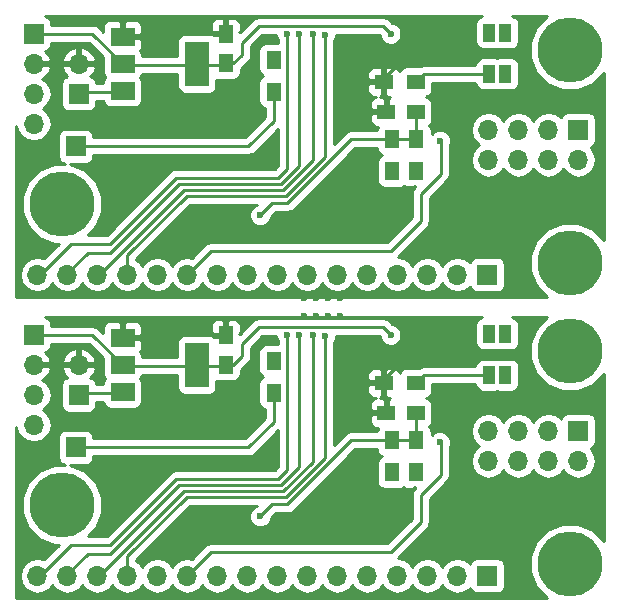
<source format=gtl>
G04 #@! TF.FileFunction,Copper,L1,Top,Signal*
%FSLAX46Y46*%
G04 Gerber Fmt 4.6, Leading zero omitted, Abs format (unit mm)*
G04 Created by KiCad (PCBNEW 4.0.7) date 07/17/18 15:17:27*
%MOMM*%
%LPD*%
G01*
G04 APERTURE LIST*
%ADD10C,0.100000*%
%ADD11R,1.700000X1.700000*%
%ADD12R,1.500000X1.300000*%
%ADD13R,1.300000X1.500000*%
%ADD14O,1.700000X1.700000*%
%ADD15R,2.000000X3.800000*%
%ADD16R,2.000000X1.500000*%
%ADD17C,5.500000*%
%ADD18R,1.000000X1.500000*%
%ADD19R,1.500000X1.250000*%
%ADD20R,1.250000X1.500000*%
%ADD21C,0.600000*%
%ADD22C,0.250000*%
%ADD23C,0.254000*%
G04 APERTURE END LIST*
D10*
D11*
X18161000Y-49630000D03*
D12*
X44243000Y-44169000D03*
X46943000Y-44169000D03*
D13*
X46990000Y-51742000D03*
X46990000Y-49042000D03*
X44958000Y-49042000D03*
X44958000Y-51742000D03*
D11*
X60706000Y-48233000D03*
D14*
X60706000Y-50773000D03*
X58166000Y-48233000D03*
X58166000Y-50773000D03*
X55626000Y-48233000D03*
X55626000Y-50773000D03*
X53086000Y-48233000D03*
X53086000Y-50773000D03*
D11*
X18415000Y-45185000D03*
D14*
X18415000Y-42645000D03*
D13*
X34925000Y-45011000D03*
X34925000Y-42311000D03*
D11*
X53000000Y-60500000D03*
D14*
X50460000Y-60500000D03*
X47920000Y-60500000D03*
X45380000Y-60500000D03*
X42840000Y-60500000D03*
X40300000Y-60500000D03*
X37760000Y-60500000D03*
X35220000Y-60500000D03*
X32680000Y-60500000D03*
X30140000Y-60500000D03*
X27600000Y-60500000D03*
X25060000Y-60500000D03*
X22520000Y-60500000D03*
X19980000Y-60500000D03*
X17440000Y-60500000D03*
X14900000Y-60500000D03*
D15*
X28423000Y-42645000D03*
D16*
X22123000Y-42645000D03*
X22123000Y-44945000D03*
X22123000Y-40345000D03*
D17*
X17000000Y-54500000D03*
X60000000Y-41500000D03*
X60000000Y-59500000D03*
D11*
X14605000Y-40105000D03*
D14*
X14605000Y-42645000D03*
X14605000Y-45185000D03*
X14605000Y-47725000D03*
D18*
X53148000Y-43506000D03*
X54548000Y-43506000D03*
X53148000Y-40006000D03*
X54548000Y-40006000D03*
D19*
X44470000Y-46709000D03*
X46970000Y-46709000D03*
D20*
X30861000Y-42625000D03*
X30861000Y-40125000D03*
X30861000Y-17125000D03*
X30861000Y-14625000D03*
D19*
X44470000Y-21209000D03*
X46970000Y-21209000D03*
D18*
X53148000Y-18006000D03*
X54548000Y-18006000D03*
X53148000Y-14506000D03*
X54548000Y-14506000D03*
D11*
X14605000Y-14605000D03*
D14*
X14605000Y-17145000D03*
X14605000Y-19685000D03*
X14605000Y-22225000D03*
D17*
X60000000Y-34000000D03*
X60000000Y-16000000D03*
X17000000Y-29000000D03*
D15*
X28423000Y-17145000D03*
D16*
X22123000Y-17145000D03*
X22123000Y-19445000D03*
X22123000Y-14845000D03*
D11*
X53000000Y-35000000D03*
D14*
X50460000Y-35000000D03*
X47920000Y-35000000D03*
X45380000Y-35000000D03*
X42840000Y-35000000D03*
X40300000Y-35000000D03*
X37760000Y-35000000D03*
X35220000Y-35000000D03*
X32680000Y-35000000D03*
X30140000Y-35000000D03*
X27600000Y-35000000D03*
X25060000Y-35000000D03*
X22520000Y-35000000D03*
X19980000Y-35000000D03*
X17440000Y-35000000D03*
X14900000Y-35000000D03*
D13*
X34925000Y-19511000D03*
X34925000Y-16811000D03*
D11*
X18415000Y-19685000D03*
D14*
X18415000Y-17145000D03*
D11*
X60706000Y-22733000D03*
D14*
X60706000Y-25273000D03*
X58166000Y-22733000D03*
X58166000Y-25273000D03*
X55626000Y-22733000D03*
X55626000Y-25273000D03*
X53086000Y-22733000D03*
X53086000Y-25273000D03*
D13*
X44958000Y-23542000D03*
X44958000Y-26242000D03*
X46990000Y-26242000D03*
X46990000Y-23542000D03*
D12*
X44243000Y-18669000D03*
X46943000Y-18669000D03*
D11*
X18161000Y-24130000D03*
D21*
X39500000Y-38500000D03*
X39500000Y-37000000D03*
X40500000Y-38500000D03*
X38500000Y-38500000D03*
X37500000Y-38500000D03*
X40500000Y-37000000D03*
X37500000Y-37000000D03*
X38500000Y-37000000D03*
X44831000Y-40105000D03*
X44831000Y-14605000D03*
X45847000Y-40105000D03*
X46990000Y-51742000D03*
X51054000Y-40105000D03*
X56388000Y-42899000D03*
X31369000Y-50900000D03*
X39243000Y-54075000D03*
X23622000Y-50900000D03*
X23622000Y-25400000D03*
X39243000Y-28575000D03*
X31369000Y-25400000D03*
X56388000Y-17399000D03*
X51054000Y-14605000D03*
X46990000Y-26242000D03*
X45847000Y-14605000D03*
X33782000Y-55472000D03*
X33782000Y-29972000D03*
X54483000Y-43534000D03*
X54483000Y-18034000D03*
X54483000Y-40232000D03*
X54483000Y-14732000D03*
X53213000Y-39978000D03*
X53213000Y-14478000D03*
X34925000Y-42311000D03*
X34925000Y-16811000D03*
X39243000Y-40232000D03*
X39243000Y-14732000D03*
X38227000Y-40105000D03*
X38227000Y-14605000D03*
X37084000Y-40105000D03*
X37084000Y-14605000D03*
X36068000Y-40105000D03*
X36068000Y-14605000D03*
X44958000Y-51742000D03*
X44958000Y-26242000D03*
X49008000Y-49164000D03*
X49008000Y-23664000D03*
D22*
X26035000Y-42772000D02*
X22504000Y-42772000D01*
X28804000Y-42772000D02*
X26035000Y-42772000D01*
X19558000Y-40105000D02*
X14605000Y-40105000D01*
X22225000Y-42772000D02*
X19558000Y-40105000D01*
X22504000Y-42772000D02*
X22225000Y-42772000D01*
X28824000Y-42752000D02*
X28804000Y-42772000D01*
X30734000Y-42752000D02*
X28824000Y-42752000D01*
X31516000Y-42625000D02*
X32258000Y-41883000D01*
X32258000Y-41883000D02*
X32258000Y-40867000D01*
X32258000Y-40867000D02*
X33655000Y-39470000D01*
X33655000Y-39470000D02*
X44196000Y-39470000D01*
X44196000Y-39470000D02*
X44831000Y-40105000D01*
X30861000Y-42625000D02*
X31516000Y-42625000D01*
X30861000Y-17125000D02*
X31516000Y-17125000D01*
X44196000Y-13970000D02*
X44831000Y-14605000D01*
X33655000Y-13970000D02*
X44196000Y-13970000D01*
X32258000Y-15367000D02*
X33655000Y-13970000D01*
X32258000Y-16383000D02*
X32258000Y-15367000D01*
X31516000Y-17125000D02*
X32258000Y-16383000D01*
X30734000Y-17252000D02*
X28824000Y-17252000D01*
X28824000Y-17252000D02*
X28804000Y-17272000D01*
X22504000Y-17272000D02*
X22225000Y-17272000D01*
X22225000Y-17272000D02*
X19558000Y-14605000D01*
X19558000Y-14605000D02*
X14605000Y-14605000D01*
X28804000Y-17272000D02*
X26035000Y-17272000D01*
X26035000Y-17272000D02*
X22504000Y-17272000D01*
X45847000Y-42264000D02*
X45847000Y-40105000D01*
X44243000Y-43868000D02*
X45847000Y-42264000D01*
X44243000Y-44169000D02*
X44243000Y-43868000D01*
X51054000Y-40105000D02*
X52705000Y-41756000D01*
X52705000Y-41756000D02*
X55245000Y-41756000D01*
X55245000Y-41756000D02*
X56388000Y-42899000D01*
X23622000Y-50900000D02*
X31369000Y-50900000D01*
X23622000Y-25400000D02*
X31369000Y-25400000D01*
X55245000Y-16256000D02*
X56388000Y-17399000D01*
X52705000Y-16256000D02*
X55245000Y-16256000D01*
X51054000Y-14605000D02*
X52705000Y-16256000D01*
X44243000Y-18669000D02*
X44243000Y-18368000D01*
X44243000Y-18368000D02*
X45847000Y-16764000D01*
X45847000Y-16764000D02*
X45847000Y-14605000D01*
X46990000Y-46856000D02*
X46970000Y-46836000D01*
X46990000Y-49042000D02*
X46990000Y-46856000D01*
X44958000Y-49042000D02*
X46990000Y-49042000D01*
X41482000Y-49042000D02*
X36068000Y-54456000D01*
X36068000Y-54456000D02*
X34798000Y-54456000D01*
X34798000Y-54456000D02*
X33782000Y-55472000D01*
X44958000Y-49042000D02*
X41482000Y-49042000D01*
X44958000Y-23542000D02*
X41482000Y-23542000D01*
X34798000Y-28956000D02*
X33782000Y-29972000D01*
X36068000Y-28956000D02*
X34798000Y-28956000D01*
X41482000Y-23542000D02*
X36068000Y-28956000D01*
X44958000Y-23542000D02*
X46990000Y-23542000D01*
X46990000Y-23542000D02*
X46990000Y-21356000D01*
X46990000Y-21356000D02*
X46970000Y-21336000D01*
X47606000Y-43506000D02*
X46943000Y-44169000D01*
X53148000Y-43506000D02*
X47606000Y-43506000D01*
X53148000Y-18006000D02*
X47606000Y-18006000D01*
X47606000Y-18006000D02*
X46943000Y-18669000D01*
X54511000Y-43506000D02*
X54548000Y-43506000D01*
X54483000Y-43534000D02*
X54511000Y-43506000D01*
X54483000Y-18034000D02*
X54511000Y-18006000D01*
X54511000Y-18006000D02*
X54548000Y-18006000D01*
X54548000Y-40167000D02*
X54548000Y-40006000D01*
X54483000Y-40232000D02*
X54548000Y-40167000D01*
X54483000Y-14732000D02*
X54548000Y-14667000D01*
X54548000Y-14667000D02*
X54548000Y-14506000D01*
X53185000Y-40006000D02*
X53148000Y-40006000D01*
X53213000Y-39978000D02*
X53185000Y-40006000D01*
X53213000Y-14478000D02*
X53185000Y-14506000D01*
X53185000Y-14506000D02*
X53148000Y-14506000D01*
X22520000Y-58860000D02*
X27559000Y-53821000D01*
X27559000Y-53821000D02*
X35941000Y-53821000D01*
X35941000Y-53821000D02*
X39243000Y-50519000D01*
X39243000Y-50519000D02*
X39243000Y-40232000D01*
X22520000Y-60500000D02*
X22520000Y-58860000D01*
X22520000Y-35000000D02*
X22520000Y-33360000D01*
X39243000Y-25019000D02*
X39243000Y-14732000D01*
X35941000Y-28321000D02*
X39243000Y-25019000D01*
X27559000Y-28321000D02*
X35941000Y-28321000D01*
X22520000Y-33360000D02*
X27559000Y-28321000D01*
X38227000Y-50830998D02*
X38227000Y-40105000D01*
X35744998Y-53313000D02*
X38227000Y-50830998D01*
X27305000Y-53313000D02*
X35744998Y-53313000D01*
X20118000Y-60500000D02*
X27305000Y-53313000D01*
X19980000Y-60500000D02*
X20118000Y-60500000D01*
X19980000Y-35000000D02*
X20118000Y-35000000D01*
X20118000Y-35000000D02*
X27305000Y-27813000D01*
X27305000Y-27813000D02*
X35744998Y-27813000D01*
X35744998Y-27813000D02*
X38227000Y-25330998D01*
X38227000Y-25330998D02*
X38227000Y-14605000D01*
X37084000Y-51281000D02*
X37084000Y-40105000D01*
X35560000Y-52805000D02*
X37084000Y-51281000D01*
X26924000Y-52805000D02*
X35560000Y-52805000D01*
X21082000Y-58647000D02*
X26924000Y-52805000D01*
X19177000Y-58647000D02*
X21082000Y-58647000D01*
X17440000Y-60384000D02*
X19177000Y-58647000D01*
X17440000Y-60500000D02*
X17440000Y-60384000D01*
X17440000Y-35000000D02*
X17440000Y-34884000D01*
X17440000Y-34884000D02*
X19177000Y-33147000D01*
X19177000Y-33147000D02*
X21082000Y-33147000D01*
X21082000Y-33147000D02*
X26924000Y-27305000D01*
X26924000Y-27305000D02*
X35560000Y-27305000D01*
X35560000Y-27305000D02*
X37084000Y-25781000D01*
X37084000Y-25781000D02*
X37084000Y-14605000D01*
X36068000Y-51535000D02*
X36068000Y-40105000D01*
X35306000Y-52297000D02*
X36068000Y-51535000D01*
X26670000Y-52297000D02*
X35306000Y-52297000D01*
X21082000Y-57885000D02*
X26670000Y-52297000D01*
X17780000Y-57885000D02*
X21082000Y-57885000D01*
X15165000Y-60500000D02*
X17780000Y-57885000D01*
X14900000Y-60500000D02*
X15165000Y-60500000D01*
X14900000Y-35000000D02*
X15165000Y-35000000D01*
X15165000Y-35000000D02*
X17780000Y-32385000D01*
X17780000Y-32385000D02*
X21082000Y-32385000D01*
X21082000Y-32385000D02*
X26670000Y-26797000D01*
X26670000Y-26797000D02*
X35306000Y-26797000D01*
X35306000Y-26797000D02*
X36068000Y-26035000D01*
X36068000Y-26035000D02*
X36068000Y-14605000D01*
X18542000Y-45058000D02*
X18415000Y-45185000D01*
X22479000Y-45058000D02*
X18542000Y-45058000D01*
X22504000Y-45072000D02*
X22479000Y-45058000D01*
X22504000Y-19572000D02*
X22479000Y-19558000D01*
X22479000Y-19558000D02*
X18542000Y-19558000D01*
X18542000Y-19558000D02*
X18415000Y-19685000D01*
X34925000Y-47471000D02*
X32766000Y-49630000D01*
X32766000Y-49630000D02*
X18161000Y-49630000D01*
X34925000Y-45011000D02*
X34925000Y-47471000D01*
X34925000Y-19511000D02*
X34925000Y-21971000D01*
X32766000Y-24130000D02*
X18161000Y-24130000D01*
X34925000Y-21971000D02*
X32766000Y-24130000D01*
X49093000Y-49249000D02*
X49008000Y-49164000D01*
X49093000Y-49249000D02*
X49093000Y-51972000D01*
X49093000Y-51972000D02*
X47371000Y-53694000D01*
X47371000Y-53694000D02*
X47371000Y-55980000D01*
X47371000Y-55980000D02*
X44831000Y-58520000D01*
X44831000Y-58520000D02*
X29580000Y-58520000D01*
X27600000Y-60500000D02*
X29580000Y-58520000D01*
X27600000Y-35000000D02*
X29580000Y-33020000D01*
X44831000Y-33020000D02*
X29580000Y-33020000D01*
X47371000Y-30480000D02*
X44831000Y-33020000D01*
X47371000Y-28194000D02*
X47371000Y-30480000D01*
X49093000Y-26472000D02*
X47371000Y-28194000D01*
X49093000Y-23749000D02*
X49093000Y-26472000D01*
X49093000Y-23749000D02*
X49008000Y-23664000D01*
D23*
G36*
X52412683Y-13152838D02*
X52196559Y-13291910D01*
X52051569Y-13504110D01*
X52000560Y-13756000D01*
X52000560Y-15256000D01*
X52044838Y-15491317D01*
X52183910Y-15707441D01*
X52396110Y-15852431D01*
X52648000Y-15903440D01*
X53648000Y-15903440D01*
X53855342Y-15864426D01*
X54048000Y-15903440D01*
X55048000Y-15903440D01*
X55283317Y-15859162D01*
X55499441Y-15720090D01*
X55644431Y-15507890D01*
X55695440Y-15256000D01*
X55695440Y-13756000D01*
X55651162Y-13520683D01*
X55512090Y-13304559D01*
X55299890Y-13159569D01*
X55139059Y-13127000D01*
X58089082Y-13127000D01*
X58085057Y-13128663D01*
X57132010Y-14080048D01*
X56615589Y-15323728D01*
X56614414Y-16670364D01*
X57128663Y-17914943D01*
X58080048Y-18867990D01*
X59323728Y-19384411D01*
X60670364Y-19385586D01*
X61914943Y-18871337D01*
X62867990Y-17919952D01*
X62873000Y-17907887D01*
X62873000Y-32089082D01*
X62871337Y-32085057D01*
X61919952Y-31132010D01*
X60676272Y-30615589D01*
X59329636Y-30614414D01*
X58085057Y-31128663D01*
X57132010Y-32080048D01*
X56615589Y-33323728D01*
X56614414Y-34670364D01*
X57128663Y-35914943D01*
X58080048Y-36867990D01*
X58092113Y-36873000D01*
X13127000Y-36873000D01*
X13127000Y-22406452D01*
X13203946Y-22793285D01*
X13525853Y-23275054D01*
X14007622Y-23596961D01*
X14575907Y-23710000D01*
X14634093Y-23710000D01*
X15202378Y-23596961D01*
X15684147Y-23275054D01*
X16006054Y-22793285D01*
X16119093Y-22225000D01*
X16006054Y-21656715D01*
X15684147Y-21174946D01*
X15354974Y-20955000D01*
X15684147Y-20735054D01*
X16006054Y-20253285D01*
X16119093Y-19685000D01*
X16006054Y-19116715D01*
X15684147Y-18634946D01*
X15343447Y-18407298D01*
X15486358Y-18340183D01*
X15876645Y-17911924D01*
X16046476Y-17501890D01*
X15925155Y-17272000D01*
X14732000Y-17272000D01*
X14732000Y-17292000D01*
X14478000Y-17292000D01*
X14478000Y-17272000D01*
X14458000Y-17272000D01*
X14458000Y-17018000D01*
X14478000Y-17018000D01*
X14478000Y-16998000D01*
X14732000Y-16998000D01*
X14732000Y-17018000D01*
X15925155Y-17018000D01*
X16046476Y-16788110D01*
X16973524Y-16788110D01*
X17094845Y-17018000D01*
X18288000Y-17018000D01*
X18288000Y-15824181D01*
X18542000Y-15824181D01*
X18542000Y-17018000D01*
X19735155Y-17018000D01*
X19856476Y-16788110D01*
X19686645Y-16378076D01*
X19296358Y-15949817D01*
X18771892Y-15703514D01*
X18542000Y-15824181D01*
X18288000Y-15824181D01*
X18058108Y-15703514D01*
X17533642Y-15949817D01*
X17143355Y-16378076D01*
X16973524Y-16788110D01*
X16046476Y-16788110D01*
X15876645Y-16378076D01*
X15600499Y-16075063D01*
X15690317Y-16058162D01*
X15906441Y-15919090D01*
X16051431Y-15706890D01*
X16102440Y-15455000D01*
X16102440Y-15365000D01*
X19243198Y-15365000D01*
X20475560Y-16597362D01*
X20475560Y-17895000D01*
X20519838Y-18130317D01*
X20626759Y-18296477D01*
X20526569Y-18443110D01*
X20475560Y-18695000D01*
X20475560Y-18798000D01*
X19905478Y-18798000D01*
X19868162Y-18599683D01*
X19729090Y-18383559D01*
X19516890Y-18238569D01*
X19408893Y-18216699D01*
X19686645Y-17911924D01*
X19856476Y-17501890D01*
X19735155Y-17272000D01*
X18542000Y-17272000D01*
X18542000Y-17292000D01*
X18288000Y-17292000D01*
X18288000Y-17272000D01*
X17094845Y-17272000D01*
X16973524Y-17501890D01*
X17143355Y-17911924D01*
X17419501Y-18214937D01*
X17329683Y-18231838D01*
X17113559Y-18370910D01*
X16968569Y-18583110D01*
X16917560Y-18835000D01*
X16917560Y-20535000D01*
X16961838Y-20770317D01*
X17100910Y-20986441D01*
X17313110Y-21131431D01*
X17565000Y-21182440D01*
X19265000Y-21182440D01*
X19500317Y-21138162D01*
X19716441Y-20999090D01*
X19861431Y-20786890D01*
X19912440Y-20535000D01*
X19912440Y-20318000D01*
X20498704Y-20318000D01*
X20519838Y-20430317D01*
X20658910Y-20646441D01*
X20871110Y-20791431D01*
X21123000Y-20842440D01*
X23123000Y-20842440D01*
X23358317Y-20798162D01*
X23574441Y-20659090D01*
X23719431Y-20446890D01*
X23770440Y-20195000D01*
X23770440Y-18695000D01*
X23726162Y-18459683D01*
X23619241Y-18293523D01*
X23719431Y-18146890D01*
X23742697Y-18032000D01*
X26775560Y-18032000D01*
X26775560Y-19045000D01*
X26819838Y-19280317D01*
X26958910Y-19496441D01*
X27171110Y-19641431D01*
X27423000Y-19692440D01*
X29423000Y-19692440D01*
X29658317Y-19648162D01*
X29874441Y-19509090D01*
X30019431Y-19296890D01*
X30070440Y-19045000D01*
X30070440Y-18488913D01*
X30236000Y-18522440D01*
X31486000Y-18522440D01*
X31721317Y-18478162D01*
X31937441Y-18339090D01*
X32082431Y-18126890D01*
X32133440Y-17875000D01*
X32133440Y-17582362D01*
X32795401Y-16920401D01*
X32960148Y-16673840D01*
X32980832Y-16569852D01*
X33018000Y-16383000D01*
X33018000Y-15681802D01*
X33969802Y-14730000D01*
X35132890Y-14730000D01*
X35132838Y-14790167D01*
X35274883Y-15133943D01*
X35308000Y-15167118D01*
X35308000Y-15413560D01*
X34275000Y-15413560D01*
X34039683Y-15457838D01*
X33823559Y-15596910D01*
X33678569Y-15809110D01*
X33627560Y-16061000D01*
X33627560Y-17561000D01*
X33671838Y-17796317D01*
X33810910Y-18012441D01*
X34023110Y-18157431D01*
X34036197Y-18160081D01*
X33823559Y-18296910D01*
X33678569Y-18509110D01*
X33627560Y-18761000D01*
X33627560Y-20261000D01*
X33671838Y-20496317D01*
X33810910Y-20712441D01*
X34023110Y-20857431D01*
X34165000Y-20886164D01*
X34165000Y-21656198D01*
X32451198Y-23370000D01*
X19658440Y-23370000D01*
X19658440Y-23280000D01*
X19614162Y-23044683D01*
X19475090Y-22828559D01*
X19262890Y-22683569D01*
X19011000Y-22632560D01*
X17311000Y-22632560D01*
X17075683Y-22676838D01*
X16859559Y-22815910D01*
X16714569Y-23028110D01*
X16663560Y-23280000D01*
X16663560Y-24980000D01*
X16707838Y-25215317D01*
X16846910Y-25431441D01*
X17059110Y-25576431D01*
X17250644Y-25615218D01*
X16329636Y-25614414D01*
X15085057Y-26128663D01*
X14132010Y-27080048D01*
X13615589Y-28323728D01*
X13614414Y-29670364D01*
X14128663Y-30914943D01*
X15080048Y-31867990D01*
X16323728Y-32384411D01*
X16705454Y-32384744D01*
X15482053Y-33608145D01*
X15468285Y-33598946D01*
X14900000Y-33485907D01*
X14331715Y-33598946D01*
X13849946Y-33920853D01*
X13528039Y-34402622D01*
X13415000Y-34970907D01*
X13415000Y-35029093D01*
X13528039Y-35597378D01*
X13849946Y-36079147D01*
X14331715Y-36401054D01*
X14900000Y-36514093D01*
X15468285Y-36401054D01*
X15950054Y-36079147D01*
X16170000Y-35749974D01*
X16389946Y-36079147D01*
X16871715Y-36401054D01*
X17440000Y-36514093D01*
X18008285Y-36401054D01*
X18490054Y-36079147D01*
X18710000Y-35749974D01*
X18929946Y-36079147D01*
X19411715Y-36401054D01*
X19980000Y-36514093D01*
X20548285Y-36401054D01*
X21030054Y-36079147D01*
X21250000Y-35749974D01*
X21469946Y-36079147D01*
X21951715Y-36401054D01*
X22520000Y-36514093D01*
X23088285Y-36401054D01*
X23570054Y-36079147D01*
X23790000Y-35749974D01*
X24009946Y-36079147D01*
X24491715Y-36401054D01*
X25060000Y-36514093D01*
X25628285Y-36401054D01*
X26110054Y-36079147D01*
X26330000Y-35749974D01*
X26549946Y-36079147D01*
X27031715Y-36401054D01*
X27600000Y-36514093D01*
X28168285Y-36401054D01*
X28650054Y-36079147D01*
X28870000Y-35749974D01*
X29089946Y-36079147D01*
X29571715Y-36401054D01*
X30140000Y-36514093D01*
X30708285Y-36401054D01*
X31190054Y-36079147D01*
X31410000Y-35749974D01*
X31629946Y-36079147D01*
X32111715Y-36401054D01*
X32680000Y-36514093D01*
X33248285Y-36401054D01*
X33730054Y-36079147D01*
X33950000Y-35749974D01*
X34169946Y-36079147D01*
X34651715Y-36401054D01*
X35220000Y-36514093D01*
X35788285Y-36401054D01*
X36270054Y-36079147D01*
X36490000Y-35749974D01*
X36709946Y-36079147D01*
X37191715Y-36401054D01*
X37760000Y-36514093D01*
X38328285Y-36401054D01*
X38810054Y-36079147D01*
X39030000Y-35749974D01*
X39249946Y-36079147D01*
X39731715Y-36401054D01*
X40300000Y-36514093D01*
X40868285Y-36401054D01*
X41350054Y-36079147D01*
X41570000Y-35749974D01*
X41789946Y-36079147D01*
X42271715Y-36401054D01*
X42840000Y-36514093D01*
X43408285Y-36401054D01*
X43890054Y-36079147D01*
X44110000Y-35749974D01*
X44329946Y-36079147D01*
X44811715Y-36401054D01*
X45380000Y-36514093D01*
X45948285Y-36401054D01*
X46430054Y-36079147D01*
X46650000Y-35749974D01*
X46869946Y-36079147D01*
X47351715Y-36401054D01*
X47920000Y-36514093D01*
X48488285Y-36401054D01*
X48970054Y-36079147D01*
X49190000Y-35749974D01*
X49409946Y-36079147D01*
X49891715Y-36401054D01*
X50460000Y-36514093D01*
X51028285Y-36401054D01*
X51510054Y-36079147D01*
X51537850Y-36037548D01*
X51546838Y-36085317D01*
X51685910Y-36301441D01*
X51898110Y-36446431D01*
X52150000Y-36497440D01*
X53850000Y-36497440D01*
X54085317Y-36453162D01*
X54301441Y-36314090D01*
X54446431Y-36101890D01*
X54497440Y-35850000D01*
X54497440Y-34150000D01*
X54453162Y-33914683D01*
X54314090Y-33698559D01*
X54101890Y-33553569D01*
X53850000Y-33502560D01*
X52150000Y-33502560D01*
X51914683Y-33546838D01*
X51698559Y-33685910D01*
X51553569Y-33898110D01*
X51539914Y-33965541D01*
X51510054Y-33920853D01*
X51028285Y-33598946D01*
X50460000Y-33485907D01*
X49891715Y-33598946D01*
X49409946Y-33920853D01*
X49190000Y-34250026D01*
X48970054Y-33920853D01*
X48488285Y-33598946D01*
X47920000Y-33485907D01*
X47351715Y-33598946D01*
X46869946Y-33920853D01*
X46650000Y-34250026D01*
X46430054Y-33920853D01*
X45948285Y-33598946D01*
X45429958Y-33495844D01*
X47908401Y-31017401D01*
X48073148Y-30770840D01*
X48104263Y-30614414D01*
X48131000Y-30480000D01*
X48131000Y-28508802D01*
X49630401Y-27009401D01*
X49795148Y-26762839D01*
X49853000Y-26472000D01*
X49853000Y-24067152D01*
X49942838Y-23850799D01*
X49943162Y-23478833D01*
X49801117Y-23135057D01*
X49538327Y-22871808D01*
X49194799Y-22729162D01*
X48822833Y-22728838D01*
X48479057Y-22870883D01*
X48287440Y-23062166D01*
X48287440Y-22792000D01*
X48270865Y-22703907D01*
X51601000Y-22703907D01*
X51601000Y-22762093D01*
X51714039Y-23330378D01*
X52035946Y-23812147D01*
X52321578Y-24003000D01*
X52035946Y-24193853D01*
X51714039Y-24675622D01*
X51601000Y-25243907D01*
X51601000Y-25302093D01*
X51714039Y-25870378D01*
X52035946Y-26352147D01*
X52517715Y-26674054D01*
X53086000Y-26787093D01*
X53654285Y-26674054D01*
X54136054Y-26352147D01*
X54356000Y-26022974D01*
X54575946Y-26352147D01*
X55057715Y-26674054D01*
X55626000Y-26787093D01*
X56194285Y-26674054D01*
X56676054Y-26352147D01*
X56896000Y-26022974D01*
X57115946Y-26352147D01*
X57597715Y-26674054D01*
X58166000Y-26787093D01*
X58734285Y-26674054D01*
X59216054Y-26352147D01*
X59436000Y-26022974D01*
X59655946Y-26352147D01*
X60137715Y-26674054D01*
X60706000Y-26787093D01*
X61274285Y-26674054D01*
X61756054Y-26352147D01*
X62077961Y-25870378D01*
X62191000Y-25302093D01*
X62191000Y-25243907D01*
X62077961Y-24675622D01*
X61756054Y-24193853D01*
X61754821Y-24193029D01*
X61791317Y-24186162D01*
X62007441Y-24047090D01*
X62152431Y-23834890D01*
X62203440Y-23583000D01*
X62203440Y-21883000D01*
X62159162Y-21647683D01*
X62020090Y-21431559D01*
X61807890Y-21286569D01*
X61556000Y-21235560D01*
X59856000Y-21235560D01*
X59620683Y-21279838D01*
X59404559Y-21418910D01*
X59259569Y-21631110D01*
X59245914Y-21698541D01*
X59216054Y-21653853D01*
X58734285Y-21331946D01*
X58166000Y-21218907D01*
X57597715Y-21331946D01*
X57115946Y-21653853D01*
X56896000Y-21983026D01*
X56676054Y-21653853D01*
X56194285Y-21331946D01*
X55626000Y-21218907D01*
X55057715Y-21331946D01*
X54575946Y-21653853D01*
X54356000Y-21983026D01*
X54136054Y-21653853D01*
X53654285Y-21331946D01*
X53086000Y-21218907D01*
X52517715Y-21331946D01*
X52035946Y-21653853D01*
X51714039Y-22135622D01*
X51601000Y-22703907D01*
X48270865Y-22703907D01*
X48243162Y-22556683D01*
X48104486Y-22341174D01*
X48171441Y-22298090D01*
X48316431Y-22085890D01*
X48367440Y-21834000D01*
X48367440Y-20584000D01*
X48323162Y-20348683D01*
X48184090Y-20132559D01*
X47971890Y-19987569D01*
X47783480Y-19949415D01*
X47928317Y-19922162D01*
X48144441Y-19783090D01*
X48289431Y-19570890D01*
X48340440Y-19319000D01*
X48340440Y-18766000D01*
X52002442Y-18766000D01*
X52044838Y-18991317D01*
X52183910Y-19207441D01*
X52396110Y-19352431D01*
X52648000Y-19403440D01*
X53648000Y-19403440D01*
X53855342Y-19364426D01*
X54048000Y-19403440D01*
X55048000Y-19403440D01*
X55283317Y-19359162D01*
X55499441Y-19220090D01*
X55644431Y-19007890D01*
X55695440Y-18756000D01*
X55695440Y-17256000D01*
X55651162Y-17020683D01*
X55512090Y-16804559D01*
X55299890Y-16659569D01*
X55048000Y-16608560D01*
X54048000Y-16608560D01*
X53840658Y-16647574D01*
X53648000Y-16608560D01*
X52648000Y-16608560D01*
X52412683Y-16652838D01*
X52196559Y-16791910D01*
X52051569Y-17004110D01*
X52002585Y-17246000D01*
X47606000Y-17246000D01*
X47315161Y-17303852D01*
X47213829Y-17371560D01*
X46193000Y-17371560D01*
X45957683Y-17415838D01*
X45741559Y-17554910D01*
X45596569Y-17767110D01*
X45589809Y-17800490D01*
X45531327Y-17659301D01*
X45352698Y-17480673D01*
X45119309Y-17384000D01*
X44528750Y-17384000D01*
X44370000Y-17542750D01*
X44370000Y-18542000D01*
X44390000Y-18542000D01*
X44390000Y-18796000D01*
X44370000Y-18796000D01*
X44370000Y-19795250D01*
X44528750Y-19954000D01*
X44750750Y-19954000D01*
X44597000Y-20107750D01*
X44597000Y-21082000D01*
X44617000Y-21082000D01*
X44617000Y-21336000D01*
X44597000Y-21336000D01*
X44597000Y-21356000D01*
X44343000Y-21356000D01*
X44343000Y-21336000D01*
X43243750Y-21336000D01*
X43085000Y-21494750D01*
X43085000Y-21960310D01*
X43181673Y-22193699D01*
X43360302Y-22372327D01*
X43593691Y-22469000D01*
X43760156Y-22469000D01*
X43711569Y-22540110D01*
X43662585Y-22782000D01*
X41482000Y-22782000D01*
X41191160Y-22839852D01*
X40944599Y-23004599D01*
X40003000Y-23946198D01*
X40003000Y-18954750D01*
X42858000Y-18954750D01*
X42858000Y-19445310D01*
X42954673Y-19678699D01*
X43133302Y-19857327D01*
X43366691Y-19954000D01*
X43581620Y-19954000D01*
X43360302Y-20045673D01*
X43181673Y-20224301D01*
X43085000Y-20457690D01*
X43085000Y-20923250D01*
X43243750Y-21082000D01*
X44343000Y-21082000D01*
X44343000Y-20107750D01*
X44184250Y-19949000D01*
X43962250Y-19949000D01*
X44116000Y-19795250D01*
X44116000Y-18796000D01*
X43016750Y-18796000D01*
X42858000Y-18954750D01*
X40003000Y-18954750D01*
X40003000Y-17892690D01*
X42858000Y-17892690D01*
X42858000Y-18383250D01*
X43016750Y-18542000D01*
X44116000Y-18542000D01*
X44116000Y-17542750D01*
X43957250Y-17384000D01*
X43366691Y-17384000D01*
X43133302Y-17480673D01*
X42954673Y-17659301D01*
X42858000Y-17892690D01*
X40003000Y-17892690D01*
X40003000Y-15294463D01*
X40035192Y-15262327D01*
X40177838Y-14918799D01*
X40178002Y-14730000D01*
X43881198Y-14730000D01*
X43895878Y-14744680D01*
X43895838Y-14790167D01*
X44037883Y-15133943D01*
X44300673Y-15397192D01*
X44644201Y-15539838D01*
X45016167Y-15540162D01*
X45359943Y-15398117D01*
X45623192Y-15135327D01*
X45765838Y-14791799D01*
X45766162Y-14419833D01*
X45624117Y-14076057D01*
X45361327Y-13812808D01*
X45017799Y-13670162D01*
X44970923Y-13670121D01*
X44733401Y-13432599D01*
X44486839Y-13267852D01*
X44196000Y-13210000D01*
X33655000Y-13210000D01*
X33364160Y-13267852D01*
X33117599Y-13432599D01*
X32052200Y-14497998D01*
X31962252Y-14497998D01*
X32121000Y-14339250D01*
X32121000Y-13748691D01*
X32024327Y-13515302D01*
X31845699Y-13336673D01*
X31612310Y-13240000D01*
X31146750Y-13240000D01*
X30988000Y-13398750D01*
X30988000Y-14498000D01*
X31008000Y-14498000D01*
X31008000Y-14752000D01*
X30988000Y-14752000D01*
X30988000Y-14772000D01*
X30734000Y-14772000D01*
X30734000Y-14752000D01*
X29826266Y-14752000D01*
X29674890Y-14648569D01*
X29423000Y-14597560D01*
X27423000Y-14597560D01*
X27187683Y-14641838D01*
X26971559Y-14780910D01*
X26826569Y-14993110D01*
X26775560Y-15245000D01*
X26775560Y-16512000D01*
X23770440Y-16512000D01*
X23770440Y-16395000D01*
X23726162Y-16159683D01*
X23620518Y-15995508D01*
X23661327Y-15954699D01*
X23758000Y-15721310D01*
X23758000Y-15130750D01*
X23599250Y-14972000D01*
X22250000Y-14972000D01*
X22250000Y-14992000D01*
X21996000Y-14992000D01*
X21996000Y-14972000D01*
X21976000Y-14972000D01*
X21976000Y-14718000D01*
X21996000Y-14718000D01*
X21996000Y-13618750D01*
X22250000Y-13618750D01*
X22250000Y-14718000D01*
X23599250Y-14718000D01*
X23758000Y-14559250D01*
X23758000Y-13968690D01*
X23666874Y-13748691D01*
X29601000Y-13748691D01*
X29601000Y-14339250D01*
X29759750Y-14498000D01*
X30734000Y-14498000D01*
X30734000Y-13398750D01*
X30575250Y-13240000D01*
X30109690Y-13240000D01*
X29876301Y-13336673D01*
X29697673Y-13515302D01*
X29601000Y-13748691D01*
X23666874Y-13748691D01*
X23661327Y-13735301D01*
X23482698Y-13556673D01*
X23249309Y-13460000D01*
X22408750Y-13460000D01*
X22250000Y-13618750D01*
X21996000Y-13618750D01*
X21837250Y-13460000D01*
X20996691Y-13460000D01*
X20763302Y-13556673D01*
X20584673Y-13735301D01*
X20488000Y-13968690D01*
X20488000Y-14460198D01*
X20095401Y-14067599D01*
X19848839Y-13902852D01*
X19558000Y-13845000D01*
X16102440Y-13845000D01*
X16102440Y-13755000D01*
X16058162Y-13519683D01*
X15919090Y-13303559D01*
X15706890Y-13158569D01*
X15550998Y-13127000D01*
X52550000Y-13127000D01*
X52412683Y-13152838D01*
X52412683Y-13152838D01*
G37*
X52412683Y-13152838D02*
X52196559Y-13291910D01*
X52051569Y-13504110D01*
X52000560Y-13756000D01*
X52000560Y-15256000D01*
X52044838Y-15491317D01*
X52183910Y-15707441D01*
X52396110Y-15852431D01*
X52648000Y-15903440D01*
X53648000Y-15903440D01*
X53855342Y-15864426D01*
X54048000Y-15903440D01*
X55048000Y-15903440D01*
X55283317Y-15859162D01*
X55499441Y-15720090D01*
X55644431Y-15507890D01*
X55695440Y-15256000D01*
X55695440Y-13756000D01*
X55651162Y-13520683D01*
X55512090Y-13304559D01*
X55299890Y-13159569D01*
X55139059Y-13127000D01*
X58089082Y-13127000D01*
X58085057Y-13128663D01*
X57132010Y-14080048D01*
X56615589Y-15323728D01*
X56614414Y-16670364D01*
X57128663Y-17914943D01*
X58080048Y-18867990D01*
X59323728Y-19384411D01*
X60670364Y-19385586D01*
X61914943Y-18871337D01*
X62867990Y-17919952D01*
X62873000Y-17907887D01*
X62873000Y-32089082D01*
X62871337Y-32085057D01*
X61919952Y-31132010D01*
X60676272Y-30615589D01*
X59329636Y-30614414D01*
X58085057Y-31128663D01*
X57132010Y-32080048D01*
X56615589Y-33323728D01*
X56614414Y-34670364D01*
X57128663Y-35914943D01*
X58080048Y-36867990D01*
X58092113Y-36873000D01*
X13127000Y-36873000D01*
X13127000Y-22406452D01*
X13203946Y-22793285D01*
X13525853Y-23275054D01*
X14007622Y-23596961D01*
X14575907Y-23710000D01*
X14634093Y-23710000D01*
X15202378Y-23596961D01*
X15684147Y-23275054D01*
X16006054Y-22793285D01*
X16119093Y-22225000D01*
X16006054Y-21656715D01*
X15684147Y-21174946D01*
X15354974Y-20955000D01*
X15684147Y-20735054D01*
X16006054Y-20253285D01*
X16119093Y-19685000D01*
X16006054Y-19116715D01*
X15684147Y-18634946D01*
X15343447Y-18407298D01*
X15486358Y-18340183D01*
X15876645Y-17911924D01*
X16046476Y-17501890D01*
X15925155Y-17272000D01*
X14732000Y-17272000D01*
X14732000Y-17292000D01*
X14478000Y-17292000D01*
X14478000Y-17272000D01*
X14458000Y-17272000D01*
X14458000Y-17018000D01*
X14478000Y-17018000D01*
X14478000Y-16998000D01*
X14732000Y-16998000D01*
X14732000Y-17018000D01*
X15925155Y-17018000D01*
X16046476Y-16788110D01*
X16973524Y-16788110D01*
X17094845Y-17018000D01*
X18288000Y-17018000D01*
X18288000Y-15824181D01*
X18542000Y-15824181D01*
X18542000Y-17018000D01*
X19735155Y-17018000D01*
X19856476Y-16788110D01*
X19686645Y-16378076D01*
X19296358Y-15949817D01*
X18771892Y-15703514D01*
X18542000Y-15824181D01*
X18288000Y-15824181D01*
X18058108Y-15703514D01*
X17533642Y-15949817D01*
X17143355Y-16378076D01*
X16973524Y-16788110D01*
X16046476Y-16788110D01*
X15876645Y-16378076D01*
X15600499Y-16075063D01*
X15690317Y-16058162D01*
X15906441Y-15919090D01*
X16051431Y-15706890D01*
X16102440Y-15455000D01*
X16102440Y-15365000D01*
X19243198Y-15365000D01*
X20475560Y-16597362D01*
X20475560Y-17895000D01*
X20519838Y-18130317D01*
X20626759Y-18296477D01*
X20526569Y-18443110D01*
X20475560Y-18695000D01*
X20475560Y-18798000D01*
X19905478Y-18798000D01*
X19868162Y-18599683D01*
X19729090Y-18383559D01*
X19516890Y-18238569D01*
X19408893Y-18216699D01*
X19686645Y-17911924D01*
X19856476Y-17501890D01*
X19735155Y-17272000D01*
X18542000Y-17272000D01*
X18542000Y-17292000D01*
X18288000Y-17292000D01*
X18288000Y-17272000D01*
X17094845Y-17272000D01*
X16973524Y-17501890D01*
X17143355Y-17911924D01*
X17419501Y-18214937D01*
X17329683Y-18231838D01*
X17113559Y-18370910D01*
X16968569Y-18583110D01*
X16917560Y-18835000D01*
X16917560Y-20535000D01*
X16961838Y-20770317D01*
X17100910Y-20986441D01*
X17313110Y-21131431D01*
X17565000Y-21182440D01*
X19265000Y-21182440D01*
X19500317Y-21138162D01*
X19716441Y-20999090D01*
X19861431Y-20786890D01*
X19912440Y-20535000D01*
X19912440Y-20318000D01*
X20498704Y-20318000D01*
X20519838Y-20430317D01*
X20658910Y-20646441D01*
X20871110Y-20791431D01*
X21123000Y-20842440D01*
X23123000Y-20842440D01*
X23358317Y-20798162D01*
X23574441Y-20659090D01*
X23719431Y-20446890D01*
X23770440Y-20195000D01*
X23770440Y-18695000D01*
X23726162Y-18459683D01*
X23619241Y-18293523D01*
X23719431Y-18146890D01*
X23742697Y-18032000D01*
X26775560Y-18032000D01*
X26775560Y-19045000D01*
X26819838Y-19280317D01*
X26958910Y-19496441D01*
X27171110Y-19641431D01*
X27423000Y-19692440D01*
X29423000Y-19692440D01*
X29658317Y-19648162D01*
X29874441Y-19509090D01*
X30019431Y-19296890D01*
X30070440Y-19045000D01*
X30070440Y-18488913D01*
X30236000Y-18522440D01*
X31486000Y-18522440D01*
X31721317Y-18478162D01*
X31937441Y-18339090D01*
X32082431Y-18126890D01*
X32133440Y-17875000D01*
X32133440Y-17582362D01*
X32795401Y-16920401D01*
X32960148Y-16673840D01*
X32980832Y-16569852D01*
X33018000Y-16383000D01*
X33018000Y-15681802D01*
X33969802Y-14730000D01*
X35132890Y-14730000D01*
X35132838Y-14790167D01*
X35274883Y-15133943D01*
X35308000Y-15167118D01*
X35308000Y-15413560D01*
X34275000Y-15413560D01*
X34039683Y-15457838D01*
X33823559Y-15596910D01*
X33678569Y-15809110D01*
X33627560Y-16061000D01*
X33627560Y-17561000D01*
X33671838Y-17796317D01*
X33810910Y-18012441D01*
X34023110Y-18157431D01*
X34036197Y-18160081D01*
X33823559Y-18296910D01*
X33678569Y-18509110D01*
X33627560Y-18761000D01*
X33627560Y-20261000D01*
X33671838Y-20496317D01*
X33810910Y-20712441D01*
X34023110Y-20857431D01*
X34165000Y-20886164D01*
X34165000Y-21656198D01*
X32451198Y-23370000D01*
X19658440Y-23370000D01*
X19658440Y-23280000D01*
X19614162Y-23044683D01*
X19475090Y-22828559D01*
X19262890Y-22683569D01*
X19011000Y-22632560D01*
X17311000Y-22632560D01*
X17075683Y-22676838D01*
X16859559Y-22815910D01*
X16714569Y-23028110D01*
X16663560Y-23280000D01*
X16663560Y-24980000D01*
X16707838Y-25215317D01*
X16846910Y-25431441D01*
X17059110Y-25576431D01*
X17250644Y-25615218D01*
X16329636Y-25614414D01*
X15085057Y-26128663D01*
X14132010Y-27080048D01*
X13615589Y-28323728D01*
X13614414Y-29670364D01*
X14128663Y-30914943D01*
X15080048Y-31867990D01*
X16323728Y-32384411D01*
X16705454Y-32384744D01*
X15482053Y-33608145D01*
X15468285Y-33598946D01*
X14900000Y-33485907D01*
X14331715Y-33598946D01*
X13849946Y-33920853D01*
X13528039Y-34402622D01*
X13415000Y-34970907D01*
X13415000Y-35029093D01*
X13528039Y-35597378D01*
X13849946Y-36079147D01*
X14331715Y-36401054D01*
X14900000Y-36514093D01*
X15468285Y-36401054D01*
X15950054Y-36079147D01*
X16170000Y-35749974D01*
X16389946Y-36079147D01*
X16871715Y-36401054D01*
X17440000Y-36514093D01*
X18008285Y-36401054D01*
X18490054Y-36079147D01*
X18710000Y-35749974D01*
X18929946Y-36079147D01*
X19411715Y-36401054D01*
X19980000Y-36514093D01*
X20548285Y-36401054D01*
X21030054Y-36079147D01*
X21250000Y-35749974D01*
X21469946Y-36079147D01*
X21951715Y-36401054D01*
X22520000Y-36514093D01*
X23088285Y-36401054D01*
X23570054Y-36079147D01*
X23790000Y-35749974D01*
X24009946Y-36079147D01*
X24491715Y-36401054D01*
X25060000Y-36514093D01*
X25628285Y-36401054D01*
X26110054Y-36079147D01*
X26330000Y-35749974D01*
X26549946Y-36079147D01*
X27031715Y-36401054D01*
X27600000Y-36514093D01*
X28168285Y-36401054D01*
X28650054Y-36079147D01*
X28870000Y-35749974D01*
X29089946Y-36079147D01*
X29571715Y-36401054D01*
X30140000Y-36514093D01*
X30708285Y-36401054D01*
X31190054Y-36079147D01*
X31410000Y-35749974D01*
X31629946Y-36079147D01*
X32111715Y-36401054D01*
X32680000Y-36514093D01*
X33248285Y-36401054D01*
X33730054Y-36079147D01*
X33950000Y-35749974D01*
X34169946Y-36079147D01*
X34651715Y-36401054D01*
X35220000Y-36514093D01*
X35788285Y-36401054D01*
X36270054Y-36079147D01*
X36490000Y-35749974D01*
X36709946Y-36079147D01*
X37191715Y-36401054D01*
X37760000Y-36514093D01*
X38328285Y-36401054D01*
X38810054Y-36079147D01*
X39030000Y-35749974D01*
X39249946Y-36079147D01*
X39731715Y-36401054D01*
X40300000Y-36514093D01*
X40868285Y-36401054D01*
X41350054Y-36079147D01*
X41570000Y-35749974D01*
X41789946Y-36079147D01*
X42271715Y-36401054D01*
X42840000Y-36514093D01*
X43408285Y-36401054D01*
X43890054Y-36079147D01*
X44110000Y-35749974D01*
X44329946Y-36079147D01*
X44811715Y-36401054D01*
X45380000Y-36514093D01*
X45948285Y-36401054D01*
X46430054Y-36079147D01*
X46650000Y-35749974D01*
X46869946Y-36079147D01*
X47351715Y-36401054D01*
X47920000Y-36514093D01*
X48488285Y-36401054D01*
X48970054Y-36079147D01*
X49190000Y-35749974D01*
X49409946Y-36079147D01*
X49891715Y-36401054D01*
X50460000Y-36514093D01*
X51028285Y-36401054D01*
X51510054Y-36079147D01*
X51537850Y-36037548D01*
X51546838Y-36085317D01*
X51685910Y-36301441D01*
X51898110Y-36446431D01*
X52150000Y-36497440D01*
X53850000Y-36497440D01*
X54085317Y-36453162D01*
X54301441Y-36314090D01*
X54446431Y-36101890D01*
X54497440Y-35850000D01*
X54497440Y-34150000D01*
X54453162Y-33914683D01*
X54314090Y-33698559D01*
X54101890Y-33553569D01*
X53850000Y-33502560D01*
X52150000Y-33502560D01*
X51914683Y-33546838D01*
X51698559Y-33685910D01*
X51553569Y-33898110D01*
X51539914Y-33965541D01*
X51510054Y-33920853D01*
X51028285Y-33598946D01*
X50460000Y-33485907D01*
X49891715Y-33598946D01*
X49409946Y-33920853D01*
X49190000Y-34250026D01*
X48970054Y-33920853D01*
X48488285Y-33598946D01*
X47920000Y-33485907D01*
X47351715Y-33598946D01*
X46869946Y-33920853D01*
X46650000Y-34250026D01*
X46430054Y-33920853D01*
X45948285Y-33598946D01*
X45429958Y-33495844D01*
X47908401Y-31017401D01*
X48073148Y-30770840D01*
X48104263Y-30614414D01*
X48131000Y-30480000D01*
X48131000Y-28508802D01*
X49630401Y-27009401D01*
X49795148Y-26762839D01*
X49853000Y-26472000D01*
X49853000Y-24067152D01*
X49942838Y-23850799D01*
X49943162Y-23478833D01*
X49801117Y-23135057D01*
X49538327Y-22871808D01*
X49194799Y-22729162D01*
X48822833Y-22728838D01*
X48479057Y-22870883D01*
X48287440Y-23062166D01*
X48287440Y-22792000D01*
X48270865Y-22703907D01*
X51601000Y-22703907D01*
X51601000Y-22762093D01*
X51714039Y-23330378D01*
X52035946Y-23812147D01*
X52321578Y-24003000D01*
X52035946Y-24193853D01*
X51714039Y-24675622D01*
X51601000Y-25243907D01*
X51601000Y-25302093D01*
X51714039Y-25870378D01*
X52035946Y-26352147D01*
X52517715Y-26674054D01*
X53086000Y-26787093D01*
X53654285Y-26674054D01*
X54136054Y-26352147D01*
X54356000Y-26022974D01*
X54575946Y-26352147D01*
X55057715Y-26674054D01*
X55626000Y-26787093D01*
X56194285Y-26674054D01*
X56676054Y-26352147D01*
X56896000Y-26022974D01*
X57115946Y-26352147D01*
X57597715Y-26674054D01*
X58166000Y-26787093D01*
X58734285Y-26674054D01*
X59216054Y-26352147D01*
X59436000Y-26022974D01*
X59655946Y-26352147D01*
X60137715Y-26674054D01*
X60706000Y-26787093D01*
X61274285Y-26674054D01*
X61756054Y-26352147D01*
X62077961Y-25870378D01*
X62191000Y-25302093D01*
X62191000Y-25243907D01*
X62077961Y-24675622D01*
X61756054Y-24193853D01*
X61754821Y-24193029D01*
X61791317Y-24186162D01*
X62007441Y-24047090D01*
X62152431Y-23834890D01*
X62203440Y-23583000D01*
X62203440Y-21883000D01*
X62159162Y-21647683D01*
X62020090Y-21431559D01*
X61807890Y-21286569D01*
X61556000Y-21235560D01*
X59856000Y-21235560D01*
X59620683Y-21279838D01*
X59404559Y-21418910D01*
X59259569Y-21631110D01*
X59245914Y-21698541D01*
X59216054Y-21653853D01*
X58734285Y-21331946D01*
X58166000Y-21218907D01*
X57597715Y-21331946D01*
X57115946Y-21653853D01*
X56896000Y-21983026D01*
X56676054Y-21653853D01*
X56194285Y-21331946D01*
X55626000Y-21218907D01*
X55057715Y-21331946D01*
X54575946Y-21653853D01*
X54356000Y-21983026D01*
X54136054Y-21653853D01*
X53654285Y-21331946D01*
X53086000Y-21218907D01*
X52517715Y-21331946D01*
X52035946Y-21653853D01*
X51714039Y-22135622D01*
X51601000Y-22703907D01*
X48270865Y-22703907D01*
X48243162Y-22556683D01*
X48104486Y-22341174D01*
X48171441Y-22298090D01*
X48316431Y-22085890D01*
X48367440Y-21834000D01*
X48367440Y-20584000D01*
X48323162Y-20348683D01*
X48184090Y-20132559D01*
X47971890Y-19987569D01*
X47783480Y-19949415D01*
X47928317Y-19922162D01*
X48144441Y-19783090D01*
X48289431Y-19570890D01*
X48340440Y-19319000D01*
X48340440Y-18766000D01*
X52002442Y-18766000D01*
X52044838Y-18991317D01*
X52183910Y-19207441D01*
X52396110Y-19352431D01*
X52648000Y-19403440D01*
X53648000Y-19403440D01*
X53855342Y-19364426D01*
X54048000Y-19403440D01*
X55048000Y-19403440D01*
X55283317Y-19359162D01*
X55499441Y-19220090D01*
X55644431Y-19007890D01*
X55695440Y-18756000D01*
X55695440Y-17256000D01*
X55651162Y-17020683D01*
X55512090Y-16804559D01*
X55299890Y-16659569D01*
X55048000Y-16608560D01*
X54048000Y-16608560D01*
X53840658Y-16647574D01*
X53648000Y-16608560D01*
X52648000Y-16608560D01*
X52412683Y-16652838D01*
X52196559Y-16791910D01*
X52051569Y-17004110D01*
X52002585Y-17246000D01*
X47606000Y-17246000D01*
X47315161Y-17303852D01*
X47213829Y-17371560D01*
X46193000Y-17371560D01*
X45957683Y-17415838D01*
X45741559Y-17554910D01*
X45596569Y-17767110D01*
X45589809Y-17800490D01*
X45531327Y-17659301D01*
X45352698Y-17480673D01*
X45119309Y-17384000D01*
X44528750Y-17384000D01*
X44370000Y-17542750D01*
X44370000Y-18542000D01*
X44390000Y-18542000D01*
X44390000Y-18796000D01*
X44370000Y-18796000D01*
X44370000Y-19795250D01*
X44528750Y-19954000D01*
X44750750Y-19954000D01*
X44597000Y-20107750D01*
X44597000Y-21082000D01*
X44617000Y-21082000D01*
X44617000Y-21336000D01*
X44597000Y-21336000D01*
X44597000Y-21356000D01*
X44343000Y-21356000D01*
X44343000Y-21336000D01*
X43243750Y-21336000D01*
X43085000Y-21494750D01*
X43085000Y-21960310D01*
X43181673Y-22193699D01*
X43360302Y-22372327D01*
X43593691Y-22469000D01*
X43760156Y-22469000D01*
X43711569Y-22540110D01*
X43662585Y-22782000D01*
X41482000Y-22782000D01*
X41191160Y-22839852D01*
X40944599Y-23004599D01*
X40003000Y-23946198D01*
X40003000Y-18954750D01*
X42858000Y-18954750D01*
X42858000Y-19445310D01*
X42954673Y-19678699D01*
X43133302Y-19857327D01*
X43366691Y-19954000D01*
X43581620Y-19954000D01*
X43360302Y-20045673D01*
X43181673Y-20224301D01*
X43085000Y-20457690D01*
X43085000Y-20923250D01*
X43243750Y-21082000D01*
X44343000Y-21082000D01*
X44343000Y-20107750D01*
X44184250Y-19949000D01*
X43962250Y-19949000D01*
X44116000Y-19795250D01*
X44116000Y-18796000D01*
X43016750Y-18796000D01*
X42858000Y-18954750D01*
X40003000Y-18954750D01*
X40003000Y-17892690D01*
X42858000Y-17892690D01*
X42858000Y-18383250D01*
X43016750Y-18542000D01*
X44116000Y-18542000D01*
X44116000Y-17542750D01*
X43957250Y-17384000D01*
X43366691Y-17384000D01*
X43133302Y-17480673D01*
X42954673Y-17659301D01*
X42858000Y-17892690D01*
X40003000Y-17892690D01*
X40003000Y-15294463D01*
X40035192Y-15262327D01*
X40177838Y-14918799D01*
X40178002Y-14730000D01*
X43881198Y-14730000D01*
X43895878Y-14744680D01*
X43895838Y-14790167D01*
X44037883Y-15133943D01*
X44300673Y-15397192D01*
X44644201Y-15539838D01*
X45016167Y-15540162D01*
X45359943Y-15398117D01*
X45623192Y-15135327D01*
X45765838Y-14791799D01*
X45766162Y-14419833D01*
X45624117Y-14076057D01*
X45361327Y-13812808D01*
X45017799Y-13670162D01*
X44970923Y-13670121D01*
X44733401Y-13432599D01*
X44486839Y-13267852D01*
X44196000Y-13210000D01*
X33655000Y-13210000D01*
X33364160Y-13267852D01*
X33117599Y-13432599D01*
X32052200Y-14497998D01*
X31962252Y-14497998D01*
X32121000Y-14339250D01*
X32121000Y-13748691D01*
X32024327Y-13515302D01*
X31845699Y-13336673D01*
X31612310Y-13240000D01*
X31146750Y-13240000D01*
X30988000Y-13398750D01*
X30988000Y-14498000D01*
X31008000Y-14498000D01*
X31008000Y-14752000D01*
X30988000Y-14752000D01*
X30988000Y-14772000D01*
X30734000Y-14772000D01*
X30734000Y-14752000D01*
X29826266Y-14752000D01*
X29674890Y-14648569D01*
X29423000Y-14597560D01*
X27423000Y-14597560D01*
X27187683Y-14641838D01*
X26971559Y-14780910D01*
X26826569Y-14993110D01*
X26775560Y-15245000D01*
X26775560Y-16512000D01*
X23770440Y-16512000D01*
X23770440Y-16395000D01*
X23726162Y-16159683D01*
X23620518Y-15995508D01*
X23661327Y-15954699D01*
X23758000Y-15721310D01*
X23758000Y-15130750D01*
X23599250Y-14972000D01*
X22250000Y-14972000D01*
X22250000Y-14992000D01*
X21996000Y-14992000D01*
X21996000Y-14972000D01*
X21976000Y-14972000D01*
X21976000Y-14718000D01*
X21996000Y-14718000D01*
X21996000Y-13618750D01*
X22250000Y-13618750D01*
X22250000Y-14718000D01*
X23599250Y-14718000D01*
X23758000Y-14559250D01*
X23758000Y-13968690D01*
X23666874Y-13748691D01*
X29601000Y-13748691D01*
X29601000Y-14339250D01*
X29759750Y-14498000D01*
X30734000Y-14498000D01*
X30734000Y-13398750D01*
X30575250Y-13240000D01*
X30109690Y-13240000D01*
X29876301Y-13336673D01*
X29697673Y-13515302D01*
X29601000Y-13748691D01*
X23666874Y-13748691D01*
X23661327Y-13735301D01*
X23482698Y-13556673D01*
X23249309Y-13460000D01*
X22408750Y-13460000D01*
X22250000Y-13618750D01*
X21996000Y-13618750D01*
X21837250Y-13460000D01*
X20996691Y-13460000D01*
X20763302Y-13556673D01*
X20584673Y-13735301D01*
X20488000Y-13968690D01*
X20488000Y-14460198D01*
X20095401Y-14067599D01*
X19848839Y-13902852D01*
X19558000Y-13845000D01*
X16102440Y-13845000D01*
X16102440Y-13755000D01*
X16058162Y-13519683D01*
X15919090Y-13303559D01*
X15706890Y-13158569D01*
X15550998Y-13127000D01*
X52550000Y-13127000D01*
X52412683Y-13152838D01*
G36*
X43704838Y-24527317D02*
X43843910Y-24743441D01*
X44056110Y-24888431D01*
X44069197Y-24891081D01*
X43856559Y-25027910D01*
X43711569Y-25240110D01*
X43660560Y-25492000D01*
X43660560Y-26992000D01*
X43704838Y-27227317D01*
X43843910Y-27443441D01*
X44056110Y-27588431D01*
X44308000Y-27639440D01*
X45608000Y-27639440D01*
X45843317Y-27595162D01*
X45966117Y-27516143D01*
X45980301Y-27530327D01*
X46213690Y-27627000D01*
X46704250Y-27627000D01*
X46862998Y-27468252D01*
X46862998Y-27627000D01*
X46863198Y-27627000D01*
X46833599Y-27656599D01*
X46668852Y-27903161D01*
X46611000Y-28194000D01*
X46611000Y-30165198D01*
X44516198Y-32260000D01*
X29580000Y-32260000D01*
X29289161Y-32317852D01*
X29042599Y-32482599D01*
X27966408Y-33558790D01*
X27600000Y-33485907D01*
X27031715Y-33598946D01*
X26549946Y-33920853D01*
X26330000Y-34250026D01*
X26110054Y-33920853D01*
X25628285Y-33598946D01*
X25060000Y-33485907D01*
X24491715Y-33598946D01*
X24009946Y-33920853D01*
X23790000Y-34250026D01*
X23570054Y-33920853D01*
X23280000Y-33727046D01*
X23280000Y-33674802D01*
X27873802Y-29081000D01*
X33489953Y-29081000D01*
X33253057Y-29178883D01*
X32989808Y-29441673D01*
X32847162Y-29785201D01*
X32846838Y-30157167D01*
X32988883Y-30500943D01*
X33251673Y-30764192D01*
X33595201Y-30906838D01*
X33967167Y-30907162D01*
X34310943Y-30765117D01*
X34574192Y-30502327D01*
X34716838Y-30158799D01*
X34716879Y-30111923D01*
X35112802Y-29716000D01*
X36068000Y-29716000D01*
X36358839Y-29658148D01*
X36605401Y-29493401D01*
X41796802Y-24302000D01*
X43662442Y-24302000D01*
X43704838Y-24527317D01*
X43704838Y-24527317D01*
G37*
X43704838Y-24527317D02*
X43843910Y-24743441D01*
X44056110Y-24888431D01*
X44069197Y-24891081D01*
X43856559Y-25027910D01*
X43711569Y-25240110D01*
X43660560Y-25492000D01*
X43660560Y-26992000D01*
X43704838Y-27227317D01*
X43843910Y-27443441D01*
X44056110Y-27588431D01*
X44308000Y-27639440D01*
X45608000Y-27639440D01*
X45843317Y-27595162D01*
X45966117Y-27516143D01*
X45980301Y-27530327D01*
X46213690Y-27627000D01*
X46704250Y-27627000D01*
X46862998Y-27468252D01*
X46862998Y-27627000D01*
X46863198Y-27627000D01*
X46833599Y-27656599D01*
X46668852Y-27903161D01*
X46611000Y-28194000D01*
X46611000Y-30165198D01*
X44516198Y-32260000D01*
X29580000Y-32260000D01*
X29289161Y-32317852D01*
X29042599Y-32482599D01*
X27966408Y-33558790D01*
X27600000Y-33485907D01*
X27031715Y-33598946D01*
X26549946Y-33920853D01*
X26330000Y-34250026D01*
X26110054Y-33920853D01*
X25628285Y-33598946D01*
X25060000Y-33485907D01*
X24491715Y-33598946D01*
X24009946Y-33920853D01*
X23790000Y-34250026D01*
X23570054Y-33920853D01*
X23280000Y-33727046D01*
X23280000Y-33674802D01*
X27873802Y-29081000D01*
X33489953Y-29081000D01*
X33253057Y-29178883D01*
X32989808Y-29441673D01*
X32847162Y-29785201D01*
X32846838Y-30157167D01*
X32988883Y-30500943D01*
X33251673Y-30764192D01*
X33595201Y-30906838D01*
X33967167Y-30907162D01*
X34310943Y-30765117D01*
X34574192Y-30502327D01*
X34716838Y-30158799D01*
X34716879Y-30111923D01*
X35112802Y-29716000D01*
X36068000Y-29716000D01*
X36358839Y-29658148D01*
X36605401Y-29493401D01*
X41796802Y-24302000D01*
X43662442Y-24302000D01*
X43704838Y-24527317D01*
G36*
X35308000Y-25720198D02*
X34991198Y-26037000D01*
X26670000Y-26037000D01*
X26379160Y-26094852D01*
X26132599Y-26259599D01*
X20767198Y-31625000D01*
X19161710Y-31625000D01*
X19867990Y-30919952D01*
X20384411Y-29676272D01*
X20385586Y-28329636D01*
X19871337Y-27085057D01*
X18919952Y-26132010D01*
X17704812Y-25627440D01*
X19011000Y-25627440D01*
X19246317Y-25583162D01*
X19462441Y-25444090D01*
X19607431Y-25231890D01*
X19658440Y-24980000D01*
X19658440Y-24890000D01*
X32766000Y-24890000D01*
X33056839Y-24832148D01*
X33303401Y-24667401D01*
X35308000Y-22662802D01*
X35308000Y-25720198D01*
X35308000Y-25720198D01*
G37*
X35308000Y-25720198D02*
X34991198Y-26037000D01*
X26670000Y-26037000D01*
X26379160Y-26094852D01*
X26132599Y-26259599D01*
X20767198Y-31625000D01*
X19161710Y-31625000D01*
X19867990Y-30919952D01*
X20384411Y-29676272D01*
X20385586Y-28329636D01*
X19871337Y-27085057D01*
X18919952Y-26132010D01*
X17704812Y-25627440D01*
X19011000Y-25627440D01*
X19246317Y-25583162D01*
X19462441Y-25444090D01*
X19607431Y-25231890D01*
X19658440Y-24980000D01*
X19658440Y-24890000D01*
X32766000Y-24890000D01*
X33056839Y-24832148D01*
X33303401Y-24667401D01*
X35308000Y-22662802D01*
X35308000Y-25720198D01*
G36*
X47117000Y-26115000D02*
X47137000Y-26115000D01*
X47137000Y-26369000D01*
X47117000Y-26369000D01*
X47117000Y-26389000D01*
X46863000Y-26389000D01*
X46863000Y-26369000D01*
X46843000Y-26369000D01*
X46843000Y-26115000D01*
X46863000Y-26115000D01*
X46863000Y-26095000D01*
X47117000Y-26095000D01*
X47117000Y-26115000D01*
X47117000Y-26115000D01*
G37*
X47117000Y-26115000D02*
X47137000Y-26115000D01*
X47137000Y-26369000D01*
X47117000Y-26369000D01*
X47117000Y-26389000D01*
X46863000Y-26389000D01*
X46863000Y-26369000D01*
X46843000Y-26369000D01*
X46843000Y-26115000D01*
X46863000Y-26115000D01*
X46863000Y-26095000D01*
X47117000Y-26095000D01*
X47117000Y-26115000D01*
G36*
X52412683Y-38652838D02*
X52196559Y-38791910D01*
X52051569Y-39004110D01*
X52000560Y-39256000D01*
X52000560Y-40756000D01*
X52044838Y-40991317D01*
X52183910Y-41207441D01*
X52396110Y-41352431D01*
X52648000Y-41403440D01*
X53648000Y-41403440D01*
X53855342Y-41364426D01*
X54048000Y-41403440D01*
X55048000Y-41403440D01*
X55283317Y-41359162D01*
X55499441Y-41220090D01*
X55644431Y-41007890D01*
X55695440Y-40756000D01*
X55695440Y-39256000D01*
X55651162Y-39020683D01*
X55512090Y-38804559D01*
X55299890Y-38659569D01*
X55139059Y-38627000D01*
X58089082Y-38627000D01*
X58085057Y-38628663D01*
X57132010Y-39580048D01*
X56615589Y-40823728D01*
X56614414Y-42170364D01*
X57128663Y-43414943D01*
X58080048Y-44367990D01*
X59323728Y-44884411D01*
X60670364Y-44885586D01*
X61914943Y-44371337D01*
X62867990Y-43419952D01*
X62873000Y-43407887D01*
X62873000Y-57589082D01*
X62871337Y-57585057D01*
X61919952Y-56632010D01*
X60676272Y-56115589D01*
X59329636Y-56114414D01*
X58085057Y-56628663D01*
X57132010Y-57580048D01*
X56615589Y-58823728D01*
X56614414Y-60170364D01*
X57128663Y-61414943D01*
X58080048Y-62367990D01*
X58092113Y-62373000D01*
X13127000Y-62373000D01*
X13127000Y-47906452D01*
X13203946Y-48293285D01*
X13525853Y-48775054D01*
X14007622Y-49096961D01*
X14575907Y-49210000D01*
X14634093Y-49210000D01*
X15202378Y-49096961D01*
X15684147Y-48775054D01*
X16006054Y-48293285D01*
X16119093Y-47725000D01*
X16006054Y-47156715D01*
X15684147Y-46674946D01*
X15354974Y-46455000D01*
X15684147Y-46235054D01*
X16006054Y-45753285D01*
X16119093Y-45185000D01*
X16006054Y-44616715D01*
X15684147Y-44134946D01*
X15343447Y-43907298D01*
X15486358Y-43840183D01*
X15876645Y-43411924D01*
X16046476Y-43001890D01*
X15925155Y-42772000D01*
X14732000Y-42772000D01*
X14732000Y-42792000D01*
X14478000Y-42792000D01*
X14478000Y-42772000D01*
X14458000Y-42772000D01*
X14458000Y-42518000D01*
X14478000Y-42518000D01*
X14478000Y-42498000D01*
X14732000Y-42498000D01*
X14732000Y-42518000D01*
X15925155Y-42518000D01*
X16046476Y-42288110D01*
X16973524Y-42288110D01*
X17094845Y-42518000D01*
X18288000Y-42518000D01*
X18288000Y-41324181D01*
X18542000Y-41324181D01*
X18542000Y-42518000D01*
X19735155Y-42518000D01*
X19856476Y-42288110D01*
X19686645Y-41878076D01*
X19296358Y-41449817D01*
X18771892Y-41203514D01*
X18542000Y-41324181D01*
X18288000Y-41324181D01*
X18058108Y-41203514D01*
X17533642Y-41449817D01*
X17143355Y-41878076D01*
X16973524Y-42288110D01*
X16046476Y-42288110D01*
X15876645Y-41878076D01*
X15600499Y-41575063D01*
X15690317Y-41558162D01*
X15906441Y-41419090D01*
X16051431Y-41206890D01*
X16102440Y-40955000D01*
X16102440Y-40865000D01*
X19243198Y-40865000D01*
X20475560Y-42097362D01*
X20475560Y-43395000D01*
X20519838Y-43630317D01*
X20626759Y-43796477D01*
X20526569Y-43943110D01*
X20475560Y-44195000D01*
X20475560Y-44298000D01*
X19905478Y-44298000D01*
X19868162Y-44099683D01*
X19729090Y-43883559D01*
X19516890Y-43738569D01*
X19408893Y-43716699D01*
X19686645Y-43411924D01*
X19856476Y-43001890D01*
X19735155Y-42772000D01*
X18542000Y-42772000D01*
X18542000Y-42792000D01*
X18288000Y-42792000D01*
X18288000Y-42772000D01*
X17094845Y-42772000D01*
X16973524Y-43001890D01*
X17143355Y-43411924D01*
X17419501Y-43714937D01*
X17329683Y-43731838D01*
X17113559Y-43870910D01*
X16968569Y-44083110D01*
X16917560Y-44335000D01*
X16917560Y-46035000D01*
X16961838Y-46270317D01*
X17100910Y-46486441D01*
X17313110Y-46631431D01*
X17565000Y-46682440D01*
X19265000Y-46682440D01*
X19500317Y-46638162D01*
X19716441Y-46499090D01*
X19861431Y-46286890D01*
X19912440Y-46035000D01*
X19912440Y-45818000D01*
X20498704Y-45818000D01*
X20519838Y-45930317D01*
X20658910Y-46146441D01*
X20871110Y-46291431D01*
X21123000Y-46342440D01*
X23123000Y-46342440D01*
X23358317Y-46298162D01*
X23574441Y-46159090D01*
X23719431Y-45946890D01*
X23770440Y-45695000D01*
X23770440Y-44195000D01*
X23726162Y-43959683D01*
X23619241Y-43793523D01*
X23719431Y-43646890D01*
X23742697Y-43532000D01*
X26775560Y-43532000D01*
X26775560Y-44545000D01*
X26819838Y-44780317D01*
X26958910Y-44996441D01*
X27171110Y-45141431D01*
X27423000Y-45192440D01*
X29423000Y-45192440D01*
X29658317Y-45148162D01*
X29874441Y-45009090D01*
X30019431Y-44796890D01*
X30070440Y-44545000D01*
X30070440Y-43988913D01*
X30236000Y-44022440D01*
X31486000Y-44022440D01*
X31721317Y-43978162D01*
X31937441Y-43839090D01*
X32082431Y-43626890D01*
X32133440Y-43375000D01*
X32133440Y-43082362D01*
X32795401Y-42420401D01*
X32960148Y-42173840D01*
X32980832Y-42069852D01*
X33018000Y-41883000D01*
X33018000Y-41181802D01*
X33969802Y-40230000D01*
X35132890Y-40230000D01*
X35132838Y-40290167D01*
X35274883Y-40633943D01*
X35308000Y-40667118D01*
X35308000Y-40913560D01*
X34275000Y-40913560D01*
X34039683Y-40957838D01*
X33823559Y-41096910D01*
X33678569Y-41309110D01*
X33627560Y-41561000D01*
X33627560Y-43061000D01*
X33671838Y-43296317D01*
X33810910Y-43512441D01*
X34023110Y-43657431D01*
X34036197Y-43660081D01*
X33823559Y-43796910D01*
X33678569Y-44009110D01*
X33627560Y-44261000D01*
X33627560Y-45761000D01*
X33671838Y-45996317D01*
X33810910Y-46212441D01*
X34023110Y-46357431D01*
X34165000Y-46386164D01*
X34165000Y-47156198D01*
X32451198Y-48870000D01*
X19658440Y-48870000D01*
X19658440Y-48780000D01*
X19614162Y-48544683D01*
X19475090Y-48328559D01*
X19262890Y-48183569D01*
X19011000Y-48132560D01*
X17311000Y-48132560D01*
X17075683Y-48176838D01*
X16859559Y-48315910D01*
X16714569Y-48528110D01*
X16663560Y-48780000D01*
X16663560Y-50480000D01*
X16707838Y-50715317D01*
X16846910Y-50931441D01*
X17059110Y-51076431D01*
X17250644Y-51115218D01*
X16329636Y-51114414D01*
X15085057Y-51628663D01*
X14132010Y-52580048D01*
X13615589Y-53823728D01*
X13614414Y-55170364D01*
X14128663Y-56414943D01*
X15080048Y-57367990D01*
X16323728Y-57884411D01*
X16705454Y-57884744D01*
X15482053Y-59108145D01*
X15468285Y-59098946D01*
X14900000Y-58985907D01*
X14331715Y-59098946D01*
X13849946Y-59420853D01*
X13528039Y-59902622D01*
X13415000Y-60470907D01*
X13415000Y-60529093D01*
X13528039Y-61097378D01*
X13849946Y-61579147D01*
X14331715Y-61901054D01*
X14900000Y-62014093D01*
X15468285Y-61901054D01*
X15950054Y-61579147D01*
X16170000Y-61249974D01*
X16389946Y-61579147D01*
X16871715Y-61901054D01*
X17440000Y-62014093D01*
X18008285Y-61901054D01*
X18490054Y-61579147D01*
X18710000Y-61249974D01*
X18929946Y-61579147D01*
X19411715Y-61901054D01*
X19980000Y-62014093D01*
X20548285Y-61901054D01*
X21030054Y-61579147D01*
X21250000Y-61249974D01*
X21469946Y-61579147D01*
X21951715Y-61901054D01*
X22520000Y-62014093D01*
X23088285Y-61901054D01*
X23570054Y-61579147D01*
X23790000Y-61249974D01*
X24009946Y-61579147D01*
X24491715Y-61901054D01*
X25060000Y-62014093D01*
X25628285Y-61901054D01*
X26110054Y-61579147D01*
X26330000Y-61249974D01*
X26549946Y-61579147D01*
X27031715Y-61901054D01*
X27600000Y-62014093D01*
X28168285Y-61901054D01*
X28650054Y-61579147D01*
X28870000Y-61249974D01*
X29089946Y-61579147D01*
X29571715Y-61901054D01*
X30140000Y-62014093D01*
X30708285Y-61901054D01*
X31190054Y-61579147D01*
X31410000Y-61249974D01*
X31629946Y-61579147D01*
X32111715Y-61901054D01*
X32680000Y-62014093D01*
X33248285Y-61901054D01*
X33730054Y-61579147D01*
X33950000Y-61249974D01*
X34169946Y-61579147D01*
X34651715Y-61901054D01*
X35220000Y-62014093D01*
X35788285Y-61901054D01*
X36270054Y-61579147D01*
X36490000Y-61249974D01*
X36709946Y-61579147D01*
X37191715Y-61901054D01*
X37760000Y-62014093D01*
X38328285Y-61901054D01*
X38810054Y-61579147D01*
X39030000Y-61249974D01*
X39249946Y-61579147D01*
X39731715Y-61901054D01*
X40300000Y-62014093D01*
X40868285Y-61901054D01*
X41350054Y-61579147D01*
X41570000Y-61249974D01*
X41789946Y-61579147D01*
X42271715Y-61901054D01*
X42840000Y-62014093D01*
X43408285Y-61901054D01*
X43890054Y-61579147D01*
X44110000Y-61249974D01*
X44329946Y-61579147D01*
X44811715Y-61901054D01*
X45380000Y-62014093D01*
X45948285Y-61901054D01*
X46430054Y-61579147D01*
X46650000Y-61249974D01*
X46869946Y-61579147D01*
X47351715Y-61901054D01*
X47920000Y-62014093D01*
X48488285Y-61901054D01*
X48970054Y-61579147D01*
X49190000Y-61249974D01*
X49409946Y-61579147D01*
X49891715Y-61901054D01*
X50460000Y-62014093D01*
X51028285Y-61901054D01*
X51510054Y-61579147D01*
X51537850Y-61537548D01*
X51546838Y-61585317D01*
X51685910Y-61801441D01*
X51898110Y-61946431D01*
X52150000Y-61997440D01*
X53850000Y-61997440D01*
X54085317Y-61953162D01*
X54301441Y-61814090D01*
X54446431Y-61601890D01*
X54497440Y-61350000D01*
X54497440Y-59650000D01*
X54453162Y-59414683D01*
X54314090Y-59198559D01*
X54101890Y-59053569D01*
X53850000Y-59002560D01*
X52150000Y-59002560D01*
X51914683Y-59046838D01*
X51698559Y-59185910D01*
X51553569Y-59398110D01*
X51539914Y-59465541D01*
X51510054Y-59420853D01*
X51028285Y-59098946D01*
X50460000Y-58985907D01*
X49891715Y-59098946D01*
X49409946Y-59420853D01*
X49190000Y-59750026D01*
X48970054Y-59420853D01*
X48488285Y-59098946D01*
X47920000Y-58985907D01*
X47351715Y-59098946D01*
X46869946Y-59420853D01*
X46650000Y-59750026D01*
X46430054Y-59420853D01*
X45948285Y-59098946D01*
X45429958Y-58995844D01*
X47908401Y-56517401D01*
X48073148Y-56270840D01*
X48104263Y-56114414D01*
X48131000Y-55980000D01*
X48131000Y-54008802D01*
X49630401Y-52509401D01*
X49795148Y-52262839D01*
X49853000Y-51972000D01*
X49853000Y-49567152D01*
X49942838Y-49350799D01*
X49943162Y-48978833D01*
X49801117Y-48635057D01*
X49538327Y-48371808D01*
X49194799Y-48229162D01*
X48822833Y-48228838D01*
X48479057Y-48370883D01*
X48287440Y-48562166D01*
X48287440Y-48292000D01*
X48270865Y-48203907D01*
X51601000Y-48203907D01*
X51601000Y-48262093D01*
X51714039Y-48830378D01*
X52035946Y-49312147D01*
X52321578Y-49503000D01*
X52035946Y-49693853D01*
X51714039Y-50175622D01*
X51601000Y-50743907D01*
X51601000Y-50802093D01*
X51714039Y-51370378D01*
X52035946Y-51852147D01*
X52517715Y-52174054D01*
X53086000Y-52287093D01*
X53654285Y-52174054D01*
X54136054Y-51852147D01*
X54356000Y-51522974D01*
X54575946Y-51852147D01*
X55057715Y-52174054D01*
X55626000Y-52287093D01*
X56194285Y-52174054D01*
X56676054Y-51852147D01*
X56896000Y-51522974D01*
X57115946Y-51852147D01*
X57597715Y-52174054D01*
X58166000Y-52287093D01*
X58734285Y-52174054D01*
X59216054Y-51852147D01*
X59436000Y-51522974D01*
X59655946Y-51852147D01*
X60137715Y-52174054D01*
X60706000Y-52287093D01*
X61274285Y-52174054D01*
X61756054Y-51852147D01*
X62077961Y-51370378D01*
X62191000Y-50802093D01*
X62191000Y-50743907D01*
X62077961Y-50175622D01*
X61756054Y-49693853D01*
X61754821Y-49693029D01*
X61791317Y-49686162D01*
X62007441Y-49547090D01*
X62152431Y-49334890D01*
X62203440Y-49083000D01*
X62203440Y-47383000D01*
X62159162Y-47147683D01*
X62020090Y-46931559D01*
X61807890Y-46786569D01*
X61556000Y-46735560D01*
X59856000Y-46735560D01*
X59620683Y-46779838D01*
X59404559Y-46918910D01*
X59259569Y-47131110D01*
X59245914Y-47198541D01*
X59216054Y-47153853D01*
X58734285Y-46831946D01*
X58166000Y-46718907D01*
X57597715Y-46831946D01*
X57115946Y-47153853D01*
X56896000Y-47483026D01*
X56676054Y-47153853D01*
X56194285Y-46831946D01*
X55626000Y-46718907D01*
X55057715Y-46831946D01*
X54575946Y-47153853D01*
X54356000Y-47483026D01*
X54136054Y-47153853D01*
X53654285Y-46831946D01*
X53086000Y-46718907D01*
X52517715Y-46831946D01*
X52035946Y-47153853D01*
X51714039Y-47635622D01*
X51601000Y-48203907D01*
X48270865Y-48203907D01*
X48243162Y-48056683D01*
X48104486Y-47841174D01*
X48171441Y-47798090D01*
X48316431Y-47585890D01*
X48367440Y-47334000D01*
X48367440Y-46084000D01*
X48323162Y-45848683D01*
X48184090Y-45632559D01*
X47971890Y-45487569D01*
X47783480Y-45449415D01*
X47928317Y-45422162D01*
X48144441Y-45283090D01*
X48289431Y-45070890D01*
X48340440Y-44819000D01*
X48340440Y-44266000D01*
X52002442Y-44266000D01*
X52044838Y-44491317D01*
X52183910Y-44707441D01*
X52396110Y-44852431D01*
X52648000Y-44903440D01*
X53648000Y-44903440D01*
X53855342Y-44864426D01*
X54048000Y-44903440D01*
X55048000Y-44903440D01*
X55283317Y-44859162D01*
X55499441Y-44720090D01*
X55644431Y-44507890D01*
X55695440Y-44256000D01*
X55695440Y-42756000D01*
X55651162Y-42520683D01*
X55512090Y-42304559D01*
X55299890Y-42159569D01*
X55048000Y-42108560D01*
X54048000Y-42108560D01*
X53840658Y-42147574D01*
X53648000Y-42108560D01*
X52648000Y-42108560D01*
X52412683Y-42152838D01*
X52196559Y-42291910D01*
X52051569Y-42504110D01*
X52002585Y-42746000D01*
X47606000Y-42746000D01*
X47315161Y-42803852D01*
X47213829Y-42871560D01*
X46193000Y-42871560D01*
X45957683Y-42915838D01*
X45741559Y-43054910D01*
X45596569Y-43267110D01*
X45589809Y-43300490D01*
X45531327Y-43159301D01*
X45352698Y-42980673D01*
X45119309Y-42884000D01*
X44528750Y-42884000D01*
X44370000Y-43042750D01*
X44370000Y-44042000D01*
X44390000Y-44042000D01*
X44390000Y-44296000D01*
X44370000Y-44296000D01*
X44370000Y-45295250D01*
X44528750Y-45454000D01*
X44750750Y-45454000D01*
X44597000Y-45607750D01*
X44597000Y-46582000D01*
X44617000Y-46582000D01*
X44617000Y-46836000D01*
X44597000Y-46836000D01*
X44597000Y-46856000D01*
X44343000Y-46856000D01*
X44343000Y-46836000D01*
X43243750Y-46836000D01*
X43085000Y-46994750D01*
X43085000Y-47460310D01*
X43181673Y-47693699D01*
X43360302Y-47872327D01*
X43593691Y-47969000D01*
X43760156Y-47969000D01*
X43711569Y-48040110D01*
X43662585Y-48282000D01*
X41482000Y-48282000D01*
X41191160Y-48339852D01*
X40944599Y-48504599D01*
X40003000Y-49446198D01*
X40003000Y-44454750D01*
X42858000Y-44454750D01*
X42858000Y-44945310D01*
X42954673Y-45178699D01*
X43133302Y-45357327D01*
X43366691Y-45454000D01*
X43581620Y-45454000D01*
X43360302Y-45545673D01*
X43181673Y-45724301D01*
X43085000Y-45957690D01*
X43085000Y-46423250D01*
X43243750Y-46582000D01*
X44343000Y-46582000D01*
X44343000Y-45607750D01*
X44184250Y-45449000D01*
X43962250Y-45449000D01*
X44116000Y-45295250D01*
X44116000Y-44296000D01*
X43016750Y-44296000D01*
X42858000Y-44454750D01*
X40003000Y-44454750D01*
X40003000Y-43392690D01*
X42858000Y-43392690D01*
X42858000Y-43883250D01*
X43016750Y-44042000D01*
X44116000Y-44042000D01*
X44116000Y-43042750D01*
X43957250Y-42884000D01*
X43366691Y-42884000D01*
X43133302Y-42980673D01*
X42954673Y-43159301D01*
X42858000Y-43392690D01*
X40003000Y-43392690D01*
X40003000Y-40794463D01*
X40035192Y-40762327D01*
X40177838Y-40418799D01*
X40178002Y-40230000D01*
X43881198Y-40230000D01*
X43895878Y-40244680D01*
X43895838Y-40290167D01*
X44037883Y-40633943D01*
X44300673Y-40897192D01*
X44644201Y-41039838D01*
X45016167Y-41040162D01*
X45359943Y-40898117D01*
X45623192Y-40635327D01*
X45765838Y-40291799D01*
X45766162Y-39919833D01*
X45624117Y-39576057D01*
X45361327Y-39312808D01*
X45017799Y-39170162D01*
X44970923Y-39170121D01*
X44733401Y-38932599D01*
X44486839Y-38767852D01*
X44196000Y-38710000D01*
X33655000Y-38710000D01*
X33364160Y-38767852D01*
X33117599Y-38932599D01*
X32052200Y-39997998D01*
X31962252Y-39997998D01*
X32121000Y-39839250D01*
X32121000Y-39248691D01*
X32024327Y-39015302D01*
X31845699Y-38836673D01*
X31612310Y-38740000D01*
X31146750Y-38740000D01*
X30988000Y-38898750D01*
X30988000Y-39998000D01*
X31008000Y-39998000D01*
X31008000Y-40252000D01*
X30988000Y-40252000D01*
X30988000Y-40272000D01*
X30734000Y-40272000D01*
X30734000Y-40252000D01*
X29826266Y-40252000D01*
X29674890Y-40148569D01*
X29423000Y-40097560D01*
X27423000Y-40097560D01*
X27187683Y-40141838D01*
X26971559Y-40280910D01*
X26826569Y-40493110D01*
X26775560Y-40745000D01*
X26775560Y-42012000D01*
X23770440Y-42012000D01*
X23770440Y-41895000D01*
X23726162Y-41659683D01*
X23620518Y-41495508D01*
X23661327Y-41454699D01*
X23758000Y-41221310D01*
X23758000Y-40630750D01*
X23599250Y-40472000D01*
X22250000Y-40472000D01*
X22250000Y-40492000D01*
X21996000Y-40492000D01*
X21996000Y-40472000D01*
X21976000Y-40472000D01*
X21976000Y-40218000D01*
X21996000Y-40218000D01*
X21996000Y-39118750D01*
X22250000Y-39118750D01*
X22250000Y-40218000D01*
X23599250Y-40218000D01*
X23758000Y-40059250D01*
X23758000Y-39468690D01*
X23666874Y-39248691D01*
X29601000Y-39248691D01*
X29601000Y-39839250D01*
X29759750Y-39998000D01*
X30734000Y-39998000D01*
X30734000Y-38898750D01*
X30575250Y-38740000D01*
X30109690Y-38740000D01*
X29876301Y-38836673D01*
X29697673Y-39015302D01*
X29601000Y-39248691D01*
X23666874Y-39248691D01*
X23661327Y-39235301D01*
X23482698Y-39056673D01*
X23249309Y-38960000D01*
X22408750Y-38960000D01*
X22250000Y-39118750D01*
X21996000Y-39118750D01*
X21837250Y-38960000D01*
X20996691Y-38960000D01*
X20763302Y-39056673D01*
X20584673Y-39235301D01*
X20488000Y-39468690D01*
X20488000Y-39960198D01*
X20095401Y-39567599D01*
X19848839Y-39402852D01*
X19558000Y-39345000D01*
X16102440Y-39345000D01*
X16102440Y-39255000D01*
X16058162Y-39019683D01*
X15919090Y-38803559D01*
X15706890Y-38658569D01*
X15550998Y-38627000D01*
X52550000Y-38627000D01*
X52412683Y-38652838D01*
X52412683Y-38652838D01*
G37*
X52412683Y-38652838D02*
X52196559Y-38791910D01*
X52051569Y-39004110D01*
X52000560Y-39256000D01*
X52000560Y-40756000D01*
X52044838Y-40991317D01*
X52183910Y-41207441D01*
X52396110Y-41352431D01*
X52648000Y-41403440D01*
X53648000Y-41403440D01*
X53855342Y-41364426D01*
X54048000Y-41403440D01*
X55048000Y-41403440D01*
X55283317Y-41359162D01*
X55499441Y-41220090D01*
X55644431Y-41007890D01*
X55695440Y-40756000D01*
X55695440Y-39256000D01*
X55651162Y-39020683D01*
X55512090Y-38804559D01*
X55299890Y-38659569D01*
X55139059Y-38627000D01*
X58089082Y-38627000D01*
X58085057Y-38628663D01*
X57132010Y-39580048D01*
X56615589Y-40823728D01*
X56614414Y-42170364D01*
X57128663Y-43414943D01*
X58080048Y-44367990D01*
X59323728Y-44884411D01*
X60670364Y-44885586D01*
X61914943Y-44371337D01*
X62867990Y-43419952D01*
X62873000Y-43407887D01*
X62873000Y-57589082D01*
X62871337Y-57585057D01*
X61919952Y-56632010D01*
X60676272Y-56115589D01*
X59329636Y-56114414D01*
X58085057Y-56628663D01*
X57132010Y-57580048D01*
X56615589Y-58823728D01*
X56614414Y-60170364D01*
X57128663Y-61414943D01*
X58080048Y-62367990D01*
X58092113Y-62373000D01*
X13127000Y-62373000D01*
X13127000Y-47906452D01*
X13203946Y-48293285D01*
X13525853Y-48775054D01*
X14007622Y-49096961D01*
X14575907Y-49210000D01*
X14634093Y-49210000D01*
X15202378Y-49096961D01*
X15684147Y-48775054D01*
X16006054Y-48293285D01*
X16119093Y-47725000D01*
X16006054Y-47156715D01*
X15684147Y-46674946D01*
X15354974Y-46455000D01*
X15684147Y-46235054D01*
X16006054Y-45753285D01*
X16119093Y-45185000D01*
X16006054Y-44616715D01*
X15684147Y-44134946D01*
X15343447Y-43907298D01*
X15486358Y-43840183D01*
X15876645Y-43411924D01*
X16046476Y-43001890D01*
X15925155Y-42772000D01*
X14732000Y-42772000D01*
X14732000Y-42792000D01*
X14478000Y-42792000D01*
X14478000Y-42772000D01*
X14458000Y-42772000D01*
X14458000Y-42518000D01*
X14478000Y-42518000D01*
X14478000Y-42498000D01*
X14732000Y-42498000D01*
X14732000Y-42518000D01*
X15925155Y-42518000D01*
X16046476Y-42288110D01*
X16973524Y-42288110D01*
X17094845Y-42518000D01*
X18288000Y-42518000D01*
X18288000Y-41324181D01*
X18542000Y-41324181D01*
X18542000Y-42518000D01*
X19735155Y-42518000D01*
X19856476Y-42288110D01*
X19686645Y-41878076D01*
X19296358Y-41449817D01*
X18771892Y-41203514D01*
X18542000Y-41324181D01*
X18288000Y-41324181D01*
X18058108Y-41203514D01*
X17533642Y-41449817D01*
X17143355Y-41878076D01*
X16973524Y-42288110D01*
X16046476Y-42288110D01*
X15876645Y-41878076D01*
X15600499Y-41575063D01*
X15690317Y-41558162D01*
X15906441Y-41419090D01*
X16051431Y-41206890D01*
X16102440Y-40955000D01*
X16102440Y-40865000D01*
X19243198Y-40865000D01*
X20475560Y-42097362D01*
X20475560Y-43395000D01*
X20519838Y-43630317D01*
X20626759Y-43796477D01*
X20526569Y-43943110D01*
X20475560Y-44195000D01*
X20475560Y-44298000D01*
X19905478Y-44298000D01*
X19868162Y-44099683D01*
X19729090Y-43883559D01*
X19516890Y-43738569D01*
X19408893Y-43716699D01*
X19686645Y-43411924D01*
X19856476Y-43001890D01*
X19735155Y-42772000D01*
X18542000Y-42772000D01*
X18542000Y-42792000D01*
X18288000Y-42792000D01*
X18288000Y-42772000D01*
X17094845Y-42772000D01*
X16973524Y-43001890D01*
X17143355Y-43411924D01*
X17419501Y-43714937D01*
X17329683Y-43731838D01*
X17113559Y-43870910D01*
X16968569Y-44083110D01*
X16917560Y-44335000D01*
X16917560Y-46035000D01*
X16961838Y-46270317D01*
X17100910Y-46486441D01*
X17313110Y-46631431D01*
X17565000Y-46682440D01*
X19265000Y-46682440D01*
X19500317Y-46638162D01*
X19716441Y-46499090D01*
X19861431Y-46286890D01*
X19912440Y-46035000D01*
X19912440Y-45818000D01*
X20498704Y-45818000D01*
X20519838Y-45930317D01*
X20658910Y-46146441D01*
X20871110Y-46291431D01*
X21123000Y-46342440D01*
X23123000Y-46342440D01*
X23358317Y-46298162D01*
X23574441Y-46159090D01*
X23719431Y-45946890D01*
X23770440Y-45695000D01*
X23770440Y-44195000D01*
X23726162Y-43959683D01*
X23619241Y-43793523D01*
X23719431Y-43646890D01*
X23742697Y-43532000D01*
X26775560Y-43532000D01*
X26775560Y-44545000D01*
X26819838Y-44780317D01*
X26958910Y-44996441D01*
X27171110Y-45141431D01*
X27423000Y-45192440D01*
X29423000Y-45192440D01*
X29658317Y-45148162D01*
X29874441Y-45009090D01*
X30019431Y-44796890D01*
X30070440Y-44545000D01*
X30070440Y-43988913D01*
X30236000Y-44022440D01*
X31486000Y-44022440D01*
X31721317Y-43978162D01*
X31937441Y-43839090D01*
X32082431Y-43626890D01*
X32133440Y-43375000D01*
X32133440Y-43082362D01*
X32795401Y-42420401D01*
X32960148Y-42173840D01*
X32980832Y-42069852D01*
X33018000Y-41883000D01*
X33018000Y-41181802D01*
X33969802Y-40230000D01*
X35132890Y-40230000D01*
X35132838Y-40290167D01*
X35274883Y-40633943D01*
X35308000Y-40667118D01*
X35308000Y-40913560D01*
X34275000Y-40913560D01*
X34039683Y-40957838D01*
X33823559Y-41096910D01*
X33678569Y-41309110D01*
X33627560Y-41561000D01*
X33627560Y-43061000D01*
X33671838Y-43296317D01*
X33810910Y-43512441D01*
X34023110Y-43657431D01*
X34036197Y-43660081D01*
X33823559Y-43796910D01*
X33678569Y-44009110D01*
X33627560Y-44261000D01*
X33627560Y-45761000D01*
X33671838Y-45996317D01*
X33810910Y-46212441D01*
X34023110Y-46357431D01*
X34165000Y-46386164D01*
X34165000Y-47156198D01*
X32451198Y-48870000D01*
X19658440Y-48870000D01*
X19658440Y-48780000D01*
X19614162Y-48544683D01*
X19475090Y-48328559D01*
X19262890Y-48183569D01*
X19011000Y-48132560D01*
X17311000Y-48132560D01*
X17075683Y-48176838D01*
X16859559Y-48315910D01*
X16714569Y-48528110D01*
X16663560Y-48780000D01*
X16663560Y-50480000D01*
X16707838Y-50715317D01*
X16846910Y-50931441D01*
X17059110Y-51076431D01*
X17250644Y-51115218D01*
X16329636Y-51114414D01*
X15085057Y-51628663D01*
X14132010Y-52580048D01*
X13615589Y-53823728D01*
X13614414Y-55170364D01*
X14128663Y-56414943D01*
X15080048Y-57367990D01*
X16323728Y-57884411D01*
X16705454Y-57884744D01*
X15482053Y-59108145D01*
X15468285Y-59098946D01*
X14900000Y-58985907D01*
X14331715Y-59098946D01*
X13849946Y-59420853D01*
X13528039Y-59902622D01*
X13415000Y-60470907D01*
X13415000Y-60529093D01*
X13528039Y-61097378D01*
X13849946Y-61579147D01*
X14331715Y-61901054D01*
X14900000Y-62014093D01*
X15468285Y-61901054D01*
X15950054Y-61579147D01*
X16170000Y-61249974D01*
X16389946Y-61579147D01*
X16871715Y-61901054D01*
X17440000Y-62014093D01*
X18008285Y-61901054D01*
X18490054Y-61579147D01*
X18710000Y-61249974D01*
X18929946Y-61579147D01*
X19411715Y-61901054D01*
X19980000Y-62014093D01*
X20548285Y-61901054D01*
X21030054Y-61579147D01*
X21250000Y-61249974D01*
X21469946Y-61579147D01*
X21951715Y-61901054D01*
X22520000Y-62014093D01*
X23088285Y-61901054D01*
X23570054Y-61579147D01*
X23790000Y-61249974D01*
X24009946Y-61579147D01*
X24491715Y-61901054D01*
X25060000Y-62014093D01*
X25628285Y-61901054D01*
X26110054Y-61579147D01*
X26330000Y-61249974D01*
X26549946Y-61579147D01*
X27031715Y-61901054D01*
X27600000Y-62014093D01*
X28168285Y-61901054D01*
X28650054Y-61579147D01*
X28870000Y-61249974D01*
X29089946Y-61579147D01*
X29571715Y-61901054D01*
X30140000Y-62014093D01*
X30708285Y-61901054D01*
X31190054Y-61579147D01*
X31410000Y-61249974D01*
X31629946Y-61579147D01*
X32111715Y-61901054D01*
X32680000Y-62014093D01*
X33248285Y-61901054D01*
X33730054Y-61579147D01*
X33950000Y-61249974D01*
X34169946Y-61579147D01*
X34651715Y-61901054D01*
X35220000Y-62014093D01*
X35788285Y-61901054D01*
X36270054Y-61579147D01*
X36490000Y-61249974D01*
X36709946Y-61579147D01*
X37191715Y-61901054D01*
X37760000Y-62014093D01*
X38328285Y-61901054D01*
X38810054Y-61579147D01*
X39030000Y-61249974D01*
X39249946Y-61579147D01*
X39731715Y-61901054D01*
X40300000Y-62014093D01*
X40868285Y-61901054D01*
X41350054Y-61579147D01*
X41570000Y-61249974D01*
X41789946Y-61579147D01*
X42271715Y-61901054D01*
X42840000Y-62014093D01*
X43408285Y-61901054D01*
X43890054Y-61579147D01*
X44110000Y-61249974D01*
X44329946Y-61579147D01*
X44811715Y-61901054D01*
X45380000Y-62014093D01*
X45948285Y-61901054D01*
X46430054Y-61579147D01*
X46650000Y-61249974D01*
X46869946Y-61579147D01*
X47351715Y-61901054D01*
X47920000Y-62014093D01*
X48488285Y-61901054D01*
X48970054Y-61579147D01*
X49190000Y-61249974D01*
X49409946Y-61579147D01*
X49891715Y-61901054D01*
X50460000Y-62014093D01*
X51028285Y-61901054D01*
X51510054Y-61579147D01*
X51537850Y-61537548D01*
X51546838Y-61585317D01*
X51685910Y-61801441D01*
X51898110Y-61946431D01*
X52150000Y-61997440D01*
X53850000Y-61997440D01*
X54085317Y-61953162D01*
X54301441Y-61814090D01*
X54446431Y-61601890D01*
X54497440Y-61350000D01*
X54497440Y-59650000D01*
X54453162Y-59414683D01*
X54314090Y-59198559D01*
X54101890Y-59053569D01*
X53850000Y-59002560D01*
X52150000Y-59002560D01*
X51914683Y-59046838D01*
X51698559Y-59185910D01*
X51553569Y-59398110D01*
X51539914Y-59465541D01*
X51510054Y-59420853D01*
X51028285Y-59098946D01*
X50460000Y-58985907D01*
X49891715Y-59098946D01*
X49409946Y-59420853D01*
X49190000Y-59750026D01*
X48970054Y-59420853D01*
X48488285Y-59098946D01*
X47920000Y-58985907D01*
X47351715Y-59098946D01*
X46869946Y-59420853D01*
X46650000Y-59750026D01*
X46430054Y-59420853D01*
X45948285Y-59098946D01*
X45429958Y-58995844D01*
X47908401Y-56517401D01*
X48073148Y-56270840D01*
X48104263Y-56114414D01*
X48131000Y-55980000D01*
X48131000Y-54008802D01*
X49630401Y-52509401D01*
X49795148Y-52262839D01*
X49853000Y-51972000D01*
X49853000Y-49567152D01*
X49942838Y-49350799D01*
X49943162Y-48978833D01*
X49801117Y-48635057D01*
X49538327Y-48371808D01*
X49194799Y-48229162D01*
X48822833Y-48228838D01*
X48479057Y-48370883D01*
X48287440Y-48562166D01*
X48287440Y-48292000D01*
X48270865Y-48203907D01*
X51601000Y-48203907D01*
X51601000Y-48262093D01*
X51714039Y-48830378D01*
X52035946Y-49312147D01*
X52321578Y-49503000D01*
X52035946Y-49693853D01*
X51714039Y-50175622D01*
X51601000Y-50743907D01*
X51601000Y-50802093D01*
X51714039Y-51370378D01*
X52035946Y-51852147D01*
X52517715Y-52174054D01*
X53086000Y-52287093D01*
X53654285Y-52174054D01*
X54136054Y-51852147D01*
X54356000Y-51522974D01*
X54575946Y-51852147D01*
X55057715Y-52174054D01*
X55626000Y-52287093D01*
X56194285Y-52174054D01*
X56676054Y-51852147D01*
X56896000Y-51522974D01*
X57115946Y-51852147D01*
X57597715Y-52174054D01*
X58166000Y-52287093D01*
X58734285Y-52174054D01*
X59216054Y-51852147D01*
X59436000Y-51522974D01*
X59655946Y-51852147D01*
X60137715Y-52174054D01*
X60706000Y-52287093D01*
X61274285Y-52174054D01*
X61756054Y-51852147D01*
X62077961Y-51370378D01*
X62191000Y-50802093D01*
X62191000Y-50743907D01*
X62077961Y-50175622D01*
X61756054Y-49693853D01*
X61754821Y-49693029D01*
X61791317Y-49686162D01*
X62007441Y-49547090D01*
X62152431Y-49334890D01*
X62203440Y-49083000D01*
X62203440Y-47383000D01*
X62159162Y-47147683D01*
X62020090Y-46931559D01*
X61807890Y-46786569D01*
X61556000Y-46735560D01*
X59856000Y-46735560D01*
X59620683Y-46779838D01*
X59404559Y-46918910D01*
X59259569Y-47131110D01*
X59245914Y-47198541D01*
X59216054Y-47153853D01*
X58734285Y-46831946D01*
X58166000Y-46718907D01*
X57597715Y-46831946D01*
X57115946Y-47153853D01*
X56896000Y-47483026D01*
X56676054Y-47153853D01*
X56194285Y-46831946D01*
X55626000Y-46718907D01*
X55057715Y-46831946D01*
X54575946Y-47153853D01*
X54356000Y-47483026D01*
X54136054Y-47153853D01*
X53654285Y-46831946D01*
X53086000Y-46718907D01*
X52517715Y-46831946D01*
X52035946Y-47153853D01*
X51714039Y-47635622D01*
X51601000Y-48203907D01*
X48270865Y-48203907D01*
X48243162Y-48056683D01*
X48104486Y-47841174D01*
X48171441Y-47798090D01*
X48316431Y-47585890D01*
X48367440Y-47334000D01*
X48367440Y-46084000D01*
X48323162Y-45848683D01*
X48184090Y-45632559D01*
X47971890Y-45487569D01*
X47783480Y-45449415D01*
X47928317Y-45422162D01*
X48144441Y-45283090D01*
X48289431Y-45070890D01*
X48340440Y-44819000D01*
X48340440Y-44266000D01*
X52002442Y-44266000D01*
X52044838Y-44491317D01*
X52183910Y-44707441D01*
X52396110Y-44852431D01*
X52648000Y-44903440D01*
X53648000Y-44903440D01*
X53855342Y-44864426D01*
X54048000Y-44903440D01*
X55048000Y-44903440D01*
X55283317Y-44859162D01*
X55499441Y-44720090D01*
X55644431Y-44507890D01*
X55695440Y-44256000D01*
X55695440Y-42756000D01*
X55651162Y-42520683D01*
X55512090Y-42304559D01*
X55299890Y-42159569D01*
X55048000Y-42108560D01*
X54048000Y-42108560D01*
X53840658Y-42147574D01*
X53648000Y-42108560D01*
X52648000Y-42108560D01*
X52412683Y-42152838D01*
X52196559Y-42291910D01*
X52051569Y-42504110D01*
X52002585Y-42746000D01*
X47606000Y-42746000D01*
X47315161Y-42803852D01*
X47213829Y-42871560D01*
X46193000Y-42871560D01*
X45957683Y-42915838D01*
X45741559Y-43054910D01*
X45596569Y-43267110D01*
X45589809Y-43300490D01*
X45531327Y-43159301D01*
X45352698Y-42980673D01*
X45119309Y-42884000D01*
X44528750Y-42884000D01*
X44370000Y-43042750D01*
X44370000Y-44042000D01*
X44390000Y-44042000D01*
X44390000Y-44296000D01*
X44370000Y-44296000D01*
X44370000Y-45295250D01*
X44528750Y-45454000D01*
X44750750Y-45454000D01*
X44597000Y-45607750D01*
X44597000Y-46582000D01*
X44617000Y-46582000D01*
X44617000Y-46836000D01*
X44597000Y-46836000D01*
X44597000Y-46856000D01*
X44343000Y-46856000D01*
X44343000Y-46836000D01*
X43243750Y-46836000D01*
X43085000Y-46994750D01*
X43085000Y-47460310D01*
X43181673Y-47693699D01*
X43360302Y-47872327D01*
X43593691Y-47969000D01*
X43760156Y-47969000D01*
X43711569Y-48040110D01*
X43662585Y-48282000D01*
X41482000Y-48282000D01*
X41191160Y-48339852D01*
X40944599Y-48504599D01*
X40003000Y-49446198D01*
X40003000Y-44454750D01*
X42858000Y-44454750D01*
X42858000Y-44945310D01*
X42954673Y-45178699D01*
X43133302Y-45357327D01*
X43366691Y-45454000D01*
X43581620Y-45454000D01*
X43360302Y-45545673D01*
X43181673Y-45724301D01*
X43085000Y-45957690D01*
X43085000Y-46423250D01*
X43243750Y-46582000D01*
X44343000Y-46582000D01*
X44343000Y-45607750D01*
X44184250Y-45449000D01*
X43962250Y-45449000D01*
X44116000Y-45295250D01*
X44116000Y-44296000D01*
X43016750Y-44296000D01*
X42858000Y-44454750D01*
X40003000Y-44454750D01*
X40003000Y-43392690D01*
X42858000Y-43392690D01*
X42858000Y-43883250D01*
X43016750Y-44042000D01*
X44116000Y-44042000D01*
X44116000Y-43042750D01*
X43957250Y-42884000D01*
X43366691Y-42884000D01*
X43133302Y-42980673D01*
X42954673Y-43159301D01*
X42858000Y-43392690D01*
X40003000Y-43392690D01*
X40003000Y-40794463D01*
X40035192Y-40762327D01*
X40177838Y-40418799D01*
X40178002Y-40230000D01*
X43881198Y-40230000D01*
X43895878Y-40244680D01*
X43895838Y-40290167D01*
X44037883Y-40633943D01*
X44300673Y-40897192D01*
X44644201Y-41039838D01*
X45016167Y-41040162D01*
X45359943Y-40898117D01*
X45623192Y-40635327D01*
X45765838Y-40291799D01*
X45766162Y-39919833D01*
X45624117Y-39576057D01*
X45361327Y-39312808D01*
X45017799Y-39170162D01*
X44970923Y-39170121D01*
X44733401Y-38932599D01*
X44486839Y-38767852D01*
X44196000Y-38710000D01*
X33655000Y-38710000D01*
X33364160Y-38767852D01*
X33117599Y-38932599D01*
X32052200Y-39997998D01*
X31962252Y-39997998D01*
X32121000Y-39839250D01*
X32121000Y-39248691D01*
X32024327Y-39015302D01*
X31845699Y-38836673D01*
X31612310Y-38740000D01*
X31146750Y-38740000D01*
X30988000Y-38898750D01*
X30988000Y-39998000D01*
X31008000Y-39998000D01*
X31008000Y-40252000D01*
X30988000Y-40252000D01*
X30988000Y-40272000D01*
X30734000Y-40272000D01*
X30734000Y-40252000D01*
X29826266Y-40252000D01*
X29674890Y-40148569D01*
X29423000Y-40097560D01*
X27423000Y-40097560D01*
X27187683Y-40141838D01*
X26971559Y-40280910D01*
X26826569Y-40493110D01*
X26775560Y-40745000D01*
X26775560Y-42012000D01*
X23770440Y-42012000D01*
X23770440Y-41895000D01*
X23726162Y-41659683D01*
X23620518Y-41495508D01*
X23661327Y-41454699D01*
X23758000Y-41221310D01*
X23758000Y-40630750D01*
X23599250Y-40472000D01*
X22250000Y-40472000D01*
X22250000Y-40492000D01*
X21996000Y-40492000D01*
X21996000Y-40472000D01*
X21976000Y-40472000D01*
X21976000Y-40218000D01*
X21996000Y-40218000D01*
X21996000Y-39118750D01*
X22250000Y-39118750D01*
X22250000Y-40218000D01*
X23599250Y-40218000D01*
X23758000Y-40059250D01*
X23758000Y-39468690D01*
X23666874Y-39248691D01*
X29601000Y-39248691D01*
X29601000Y-39839250D01*
X29759750Y-39998000D01*
X30734000Y-39998000D01*
X30734000Y-38898750D01*
X30575250Y-38740000D01*
X30109690Y-38740000D01*
X29876301Y-38836673D01*
X29697673Y-39015302D01*
X29601000Y-39248691D01*
X23666874Y-39248691D01*
X23661327Y-39235301D01*
X23482698Y-39056673D01*
X23249309Y-38960000D01*
X22408750Y-38960000D01*
X22250000Y-39118750D01*
X21996000Y-39118750D01*
X21837250Y-38960000D01*
X20996691Y-38960000D01*
X20763302Y-39056673D01*
X20584673Y-39235301D01*
X20488000Y-39468690D01*
X20488000Y-39960198D01*
X20095401Y-39567599D01*
X19848839Y-39402852D01*
X19558000Y-39345000D01*
X16102440Y-39345000D01*
X16102440Y-39255000D01*
X16058162Y-39019683D01*
X15919090Y-38803559D01*
X15706890Y-38658569D01*
X15550998Y-38627000D01*
X52550000Y-38627000D01*
X52412683Y-38652838D01*
G36*
X43704838Y-50027317D02*
X43843910Y-50243441D01*
X44056110Y-50388431D01*
X44069197Y-50391081D01*
X43856559Y-50527910D01*
X43711569Y-50740110D01*
X43660560Y-50992000D01*
X43660560Y-52492000D01*
X43704838Y-52727317D01*
X43843910Y-52943441D01*
X44056110Y-53088431D01*
X44308000Y-53139440D01*
X45608000Y-53139440D01*
X45843317Y-53095162D01*
X45966117Y-53016143D01*
X45980301Y-53030327D01*
X46213690Y-53127000D01*
X46704250Y-53127000D01*
X46862998Y-52968252D01*
X46862998Y-53127000D01*
X46863198Y-53127000D01*
X46833599Y-53156599D01*
X46668852Y-53403161D01*
X46611000Y-53694000D01*
X46611000Y-55665198D01*
X44516198Y-57760000D01*
X29580000Y-57760000D01*
X29289161Y-57817852D01*
X29042599Y-57982599D01*
X27966408Y-59058790D01*
X27600000Y-58985907D01*
X27031715Y-59098946D01*
X26549946Y-59420853D01*
X26330000Y-59750026D01*
X26110054Y-59420853D01*
X25628285Y-59098946D01*
X25060000Y-58985907D01*
X24491715Y-59098946D01*
X24009946Y-59420853D01*
X23790000Y-59750026D01*
X23570054Y-59420853D01*
X23280000Y-59227046D01*
X23280000Y-59174802D01*
X27873802Y-54581000D01*
X33489953Y-54581000D01*
X33253057Y-54678883D01*
X32989808Y-54941673D01*
X32847162Y-55285201D01*
X32846838Y-55657167D01*
X32988883Y-56000943D01*
X33251673Y-56264192D01*
X33595201Y-56406838D01*
X33967167Y-56407162D01*
X34310943Y-56265117D01*
X34574192Y-56002327D01*
X34716838Y-55658799D01*
X34716879Y-55611923D01*
X35112802Y-55216000D01*
X36068000Y-55216000D01*
X36358839Y-55158148D01*
X36605401Y-54993401D01*
X41796802Y-49802000D01*
X43662442Y-49802000D01*
X43704838Y-50027317D01*
X43704838Y-50027317D01*
G37*
X43704838Y-50027317D02*
X43843910Y-50243441D01*
X44056110Y-50388431D01*
X44069197Y-50391081D01*
X43856559Y-50527910D01*
X43711569Y-50740110D01*
X43660560Y-50992000D01*
X43660560Y-52492000D01*
X43704838Y-52727317D01*
X43843910Y-52943441D01*
X44056110Y-53088431D01*
X44308000Y-53139440D01*
X45608000Y-53139440D01*
X45843317Y-53095162D01*
X45966117Y-53016143D01*
X45980301Y-53030327D01*
X46213690Y-53127000D01*
X46704250Y-53127000D01*
X46862998Y-52968252D01*
X46862998Y-53127000D01*
X46863198Y-53127000D01*
X46833599Y-53156599D01*
X46668852Y-53403161D01*
X46611000Y-53694000D01*
X46611000Y-55665198D01*
X44516198Y-57760000D01*
X29580000Y-57760000D01*
X29289161Y-57817852D01*
X29042599Y-57982599D01*
X27966408Y-59058790D01*
X27600000Y-58985907D01*
X27031715Y-59098946D01*
X26549946Y-59420853D01*
X26330000Y-59750026D01*
X26110054Y-59420853D01*
X25628285Y-59098946D01*
X25060000Y-58985907D01*
X24491715Y-59098946D01*
X24009946Y-59420853D01*
X23790000Y-59750026D01*
X23570054Y-59420853D01*
X23280000Y-59227046D01*
X23280000Y-59174802D01*
X27873802Y-54581000D01*
X33489953Y-54581000D01*
X33253057Y-54678883D01*
X32989808Y-54941673D01*
X32847162Y-55285201D01*
X32846838Y-55657167D01*
X32988883Y-56000943D01*
X33251673Y-56264192D01*
X33595201Y-56406838D01*
X33967167Y-56407162D01*
X34310943Y-56265117D01*
X34574192Y-56002327D01*
X34716838Y-55658799D01*
X34716879Y-55611923D01*
X35112802Y-55216000D01*
X36068000Y-55216000D01*
X36358839Y-55158148D01*
X36605401Y-54993401D01*
X41796802Y-49802000D01*
X43662442Y-49802000D01*
X43704838Y-50027317D01*
G36*
X35308000Y-51220198D02*
X34991198Y-51537000D01*
X26670000Y-51537000D01*
X26379160Y-51594852D01*
X26132599Y-51759599D01*
X20767198Y-57125000D01*
X19161710Y-57125000D01*
X19867990Y-56419952D01*
X20384411Y-55176272D01*
X20385586Y-53829636D01*
X19871337Y-52585057D01*
X18919952Y-51632010D01*
X17704812Y-51127440D01*
X19011000Y-51127440D01*
X19246317Y-51083162D01*
X19462441Y-50944090D01*
X19607431Y-50731890D01*
X19658440Y-50480000D01*
X19658440Y-50390000D01*
X32766000Y-50390000D01*
X33056839Y-50332148D01*
X33303401Y-50167401D01*
X35308000Y-48162802D01*
X35308000Y-51220198D01*
X35308000Y-51220198D01*
G37*
X35308000Y-51220198D02*
X34991198Y-51537000D01*
X26670000Y-51537000D01*
X26379160Y-51594852D01*
X26132599Y-51759599D01*
X20767198Y-57125000D01*
X19161710Y-57125000D01*
X19867990Y-56419952D01*
X20384411Y-55176272D01*
X20385586Y-53829636D01*
X19871337Y-52585057D01*
X18919952Y-51632010D01*
X17704812Y-51127440D01*
X19011000Y-51127440D01*
X19246317Y-51083162D01*
X19462441Y-50944090D01*
X19607431Y-50731890D01*
X19658440Y-50480000D01*
X19658440Y-50390000D01*
X32766000Y-50390000D01*
X33056839Y-50332148D01*
X33303401Y-50167401D01*
X35308000Y-48162802D01*
X35308000Y-51220198D01*
G36*
X47117000Y-51615000D02*
X47137000Y-51615000D01*
X47137000Y-51869000D01*
X47117000Y-51869000D01*
X47117000Y-51889000D01*
X46863000Y-51889000D01*
X46863000Y-51869000D01*
X46843000Y-51869000D01*
X46843000Y-51615000D01*
X46863000Y-51615000D01*
X46863000Y-51595000D01*
X47117000Y-51595000D01*
X47117000Y-51615000D01*
X47117000Y-51615000D01*
G37*
X47117000Y-51615000D02*
X47137000Y-51615000D01*
X47137000Y-51869000D01*
X47117000Y-51869000D01*
X47117000Y-51889000D01*
X46863000Y-51889000D01*
X46863000Y-51869000D01*
X46843000Y-51869000D01*
X46843000Y-51615000D01*
X46863000Y-51615000D01*
X46863000Y-51595000D01*
X47117000Y-51595000D01*
X47117000Y-51615000D01*
M02*

</source>
